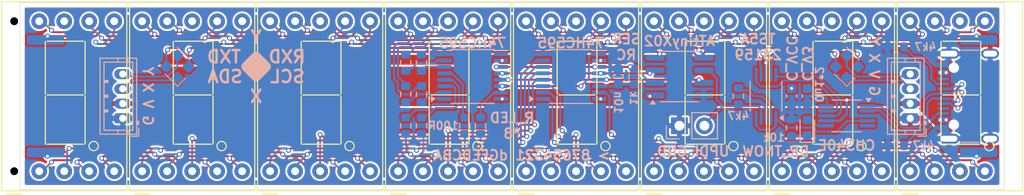
<source format=kicad_pcb>
(kicad_pcb (version 20241229) (generator "pcbnew") (generator_version "9.0")
  (layers (0 "F.Cu" signal) (2 "B.Cu" signal) (13 "F.Paste" user) (15 "B.Paste" user) (5 "F.SilkS" user "F.Silkscreen") (7 "B.SilkS" user "B.Silkscreen") (1 "F.Mask" user) (3 "B.Mask" user) (25 "Edge.Cuts" user))
  (net 0 "")
  (net 1 "GND")
  (net 2 "VCC")
  (net 3 "Net-(J3-Pin_3)")
  (net 4 "/V3")
  (net 5 "A")
  (net 6 "B")
  (net 7 "C")
  (net 8 "D")
  (net 9 "E")
  (net 10 "F")
  (net 11 "G")
  (net 12 "H")
  (net 13 "UPDI")
  (net 14 "Net-(J2-Pin_3)")
  (net 15 "C3")
  (net 16 "C7")
  (net 17 "C0")
  (net 18 "C5")
  (net 19 "C2")
  (net 20 "C4")
  (net 21 "C6")
  (net 22 "C1")
  (net 23 "D+")
  (net 24 "D-")
  (net 25 "Net-(J2-Pin_4)")
  (net 26 "Net-(J3-Pin_4)")
  (net 35 "SER")
  (net 36 "Net-(J4-CC1)")
  (net 38 "Net-(J4-CC2)")
  (net 39 "Net-(D3-K)")
  (net 41 "TXD_DISP|SDA")
  (net 42 "RXD_DISP|SCL")
  (net 43 "RTS#")
  (net 45 "TXD_USB")
  (net 46 "Net-(R13-Pad1)")
  (net 47 "/TNOW")
  (net 48 "RXD_USB")
  (net 49 "/_A")
  (net 50 "/_B")
  (net 51 "/_C")
  (net 52 "/_D")
  (net 53 "/_E")
  (net 54 "/_F")
  (net 55 "/_G")
  (net 56 "/_H")
  (net 57 "SRCLK")
  (net 58 "RCLK")
  (net 59 "OE#")
  (net 60 "/chain")
  (footprint "Display_7Segment:D1X8K" (layer "F.Cu") (at 140.42 107.62 90)
    (property "Reference" "U10" (hide yes))
    (property "Value" "D168K" (hide yes))
  )
  (footprint "Display_7Segment:D1X8K" (layer "F.Cu") (at 114.42 107.62 90)
    (property "Reference" "U8" (hide yes))
    (property "Value" "D168K" (hide yes))
  )
  (footprint "Display_7Segment:D1X8K" (layer "F.Cu") (at 127.42 107.62 90)
    (property "Reference" "U9" (hide yes))
    (property "Value" "D168K" (hide yes))
  )
  (footprint "Display_7Segment:D1X8K" (layer "F.Cu") (at 62.42 107.62 90)
    (property "Reference" "U4" (hide yes))
    (property "Value" "D168K" (hide yes))
  )
  (footprint "Display_7Segment:D1X8K" (layer "F.Cu") (at 75.42 107.62 90)
    (property "Reference" "U5" (hide yes))
    (property "Value" "D168K" (hide yes))
  )
  (footprint "Display_7Segment:D1X8K" (layer "F.Cu") (at 49.42 107.62 90)
    (property "Reference" "U3" (hide yes))
    (property "Value" "D168K" (hide yes))
  )
  (footprint "Display_7Segment:D1X8K" (layer "F.Cu") (at 101.42 107.62 90)
    (property "Reference" "U7" (hide yes))
    (property "Value" "D168K" (hide yes))
  )
  (footprint "Display_7Segment:D1X8K" (layer "F.Cu") (at 88.42 107.62 90)
    (property "Reference" "U6" (hide yes))
    (property "Value" "D168K" (hide yes))
  )
  (footprint "Resistor_SMD:R_0603_1608Metric" (layer "B.Cu") (at 139 105 180)
    (property "Reference" "R11" (hide yes))
    (property "Value" "5k1" (hide yes))
  )
  (footprint "Library:PCB.MCBEERINGI.DEV_small" (layer "B.Cu") (at 54 100 180)
    (property "Reference" "")
    (property "Value" "")
  )
  (footprint "Connector_USB:USB_C_Receptacle_GCT_USB4105-xx-A_16P_TopMnt_Horizontal" (layer "B.Cu") (at 147.5 100 -90)
    (property "Reference" "J4" (hide yes))
    (property "Value" "USB_C_Receptacle_USB2.0_16P" (hide yes))
  )
  (footprint "Resistor_SMD:R_0603_1608Metric" (layer "B.Cu") (at 90.8 99.8 90)
    (property "Reference" "R7" (hide yes))
    (property "Value" "100R" (hide yes))
  )
  (footprint "LED_SMD:LED_0603_1608Metric" (layer "B.Cu") (at 130 103.2 90)
    (property "Reference" "D3" (hide yes))
    (property "Value" "LED_TNOW" (hide yes))
  )
  (footprint "Resistor_SMD:R_0603_1608Metric" (layer "B.Cu") (at 89.2 96.6 90)
    (property "Reference" "R1" (hide yes))
    (property "Value" "100R" (hide yes))
  )
  (footprint "Resistor_SMD:R_0603_1608Metric" (layer "B.Cu") (at 89.2 103 -90)
    (property "Reference" "R5" (hide yes))
    (property "Value" "100R" (hide yes))
  )
  (footprint "LOGO" (layer "B.Cu") (at 83 100 180)
    (property "Reference" "G***" (hide yes))
    (property "Value" "LOGO" (hide yes))
  )
  (footprint "Resistor_SMD:R_0603_1608Metric" (layer "B.Cu") (at 89.2 99.8 90)
    (property "Reference" "R6" (hide yes))
    (property "Value" "100R" (hide yes))
  )
  (footprint "Library:pokayoke_1608" (layer "B.Cu") (at 66 97 45)
    (property "Reference" "JP2" (hide yes))
    (property "Value" "pokayoke" (hide yes))
  )
  (footprint "Capacitor_SMD:C_0603_1608Metric" (layer "B.Cu") (at 128.4 100 -90)
    (property "Reference" "C2" (hide yes))
    (property "Value" "1u" (hide yes))
  )
  (footprint "Resistor_SMD:R_0603_1608Metric" (layer "B.Cu") (at 90.8 96.6 90)
    (property "Reference" "R2" (hide yes))
    (property "Value" "100R" (hide yes))
  )
  (footprint "Package_SO:TSSOP-16_4.4x5mm_P0.65mm" (layer "B.Cu") (at 106 98)
    (property "Reference" "U1" (hide yes))
    (property "Value" "74HC595" (hide yes))
  )
  (footprint "Capacitor_SMD:C_0603_1608Metric" (layer "B.Cu") (at 130 100 90)
    (property "Reference" "C3" (hide yes))
    (property "Value" "0u1" (hide yes))
  )
  (footprint "Package_SO:SOIC-8_3.9x4.9mm_P1.27mm" (layer "B.Cu") (at 117 98)
    (property "Reference" "U11" (hide yes))
    (property "Value" "MCU_DISP_X02" (hide yes))
  )
  (footprint "Resistor_SMD:R_0603_1608Metric" (layer "B.Cu") (at 95.2 103 -90)
    (property "Reference" "R3" (hide yes))
    (property "Value" "100R" (hide yes))
  )
  (footprint "Resistor_SMD:R_0603_1608Metric" (layer "B.Cu") (at 96.8 103 -90)
    (property "Reference" "R8" (hide yes))
    (property "Value" "100R" (hide yes))
  )
  (footprint "Capacitor_SMD:C_0603_1608Metric" (layer "B.Cu") (at 110.8 98 90)
    (property "Reference" "C1" (hide yes))
    (property "Value" "10n" (hide yes))
  )
  (footprint "Connector_JST:JST_ZH_B4B-ZR_1x04_P1.50mm_Vertical" (layer "B.Cu") (at 60.45 102.25 90)
    (property "Reference" "J3" (hide yes))
    (property "Value" "COMM" (hide yes))
  )
  (footprint "Resistor_SMD:R_0603_1608Metric" (layer "B.Cu") (at 112.4 98 90)
    (property "Reference" "R9" (hide yes))
    (property "Value" "1k" (hide yes))
  )
  (footprint "Library:pokayoke_1608" (layer "B.Cu") (at 134 97 45)
    (property "Reference" "JP1" (hide yes))
    (property "Value" "pokayoke" (hide yes))
  )
  (footprint "Resistor_SMD:R_0603_1608Metric" (layer "B.Cu") (at 90.8 103 -90)
    (property "Reference" "R4" (hide yes))
    (property "Value" "100R" (hide yes))
  )
  (footprint "Package_SO:VSSOP-10_3x3mm_P0.5mm" (layer "B.Cu") (at 125.8 100 90)
    (property "Reference" "U13" (hide yes))
    (property "Value" "TS5A23159DGS" (hide yes))
  )
  (footprint "Resistor_SMD:R_0603_1608Metric" (layer "B.Cu") (at 139 95 180)
    (property "Reference" "R10" (hide yes))
    (property "Value" "5k1" (hide yes))
  )
  (footprint "Package_SO:MSOP-10_3x3mm_P0.5mm" (layer "B.Cu") (at 134 102 180)
    (property "Reference" "U12" (hide yes))
    (property "Value" "CH340E" (hide yes))
  )
  (footprint "Resistor_SMD:R_0603_1608Metric" (layer "B.Cu") (at 128.4 103.2 90)
    (property "Reference" "R12" (hide yes))
    (property "Value" "R_TNOW" (hide yes))
  )
  (footprint "Connector_JST:JST_ZH_B4B-ZR_1x04_P1.50mm_Vertical" (layer "B.Cu") (at 140.45 102.25 90)
    (property "Reference" "J2" (hide yes))
    (property "Value" "COMM" (hide yes))
  )
  (footprint "Resistor_SMD:R_0603_1608Metric" (layer "B.Cu") (at 123 100 -90)
    (property "Reference" "R13" (hide yes))
    (property "Value" "4k7" (hide yes))
  )
  (footprint "Package_SO:TSSOP-16_4.4x5mm_P0.65mm" (layer "B.Cu") (at 96 98)
    (property "Reference" "U2" (hide yes))
    (property "Value" "74HC595" (hide yes))
  )
  (footprint "Connector_PinSocket_2.54mm:PinSocket_1x02_P2.54mm_Vertical" (layer "B.Cu") (at 117 103 -90)
    (property "Reference" "J1" (hide yes))
    (property "Value" "UART" (hide yes))
  )
  (gr_poly (pts (xy 75 97) (xy 74 96) (xy 73 97) (xy 74 98)) (stroke (width 1)) (fill yes) (layer "B.SilkS"))
  (gr_line (start 50 109.5) (end 150 109.5) (stroke (width 0.05)) (layer "Edge.Cuts"))
  (gr_line (start 50 90.5) (end 50 109.5) (stroke (width 0.05)) (layer "Edge.Cuts"))
  (gr_line (start 150 109.5) (end 150 90.5) (stroke (width 0.05)) (layer "Edge.Cuts"))
  (gr_line (start 50 90.5) (end 150 90.5) (stroke (width 0.05)) (layer "Edge.Cuts"))
  (gr_text "74HC595" (at 96 94.6 0) (layer "B.SilkS") (effects (font (size 1 1) (thickness 0.2) (bold yes)) (justify mirror)))
  (gr_text "R_LED\n*8" (at 100 103 0) (layer "B.SilkS") (effects (font (size 1 1) (thickness 0.2) (bold yes)) (justify mirror)))
  (gr_text "Y\nRXD   TXD\nSCL   SDA\nX" (at 74 97 0) (layer "B.SilkS") (effects (font (size 1.25 1.25) (thickness 0.25) (bold yes)) (justify mirror)))
  (gr_text "G V X Y" (at 136.8 97 270) (layer "B.SilkS") (effects (font (size 1 1) (thickness 0.2) (bold yes)) (justify mirror)))
  (gr_text "> 87654321 dGFEDCBA" (at 101 106 0) (layer "B.SilkS") (effects (font (size 1 1) (thickness 0.2) (bold yes)) (justify mirror)))
  (gr_text "10k" (at 126.6 104.2 0) (layer "B.SilkS") (effects (font (size 0.8 0.8) (thickness 0.16) (bold yes)) (justify mirror)))
  (gr_text "DR_TNOW" (at 126.8 105.6 0) (layer "B.SilkS") (effects (font (size 1 1) (thickness 0.2) (bold yes)) (justify mirror)))
  (gr_text "4k7" (at 123 102 0) (layer "B.SilkS") (effects (font (size 0.8 0.8) (thickness 0.16) (bold yes)) (justify mirror)))
  (gr_text "C_VCC" (at 128.4 98.6 270) (layer "B.SilkS") (effects (font (size 1 1) (thickness 0.2) (bold yes)) (justify left mirror)))
  (gr_text "4k7" (at 141.8 105 0) (layer "B.SilkS") (effects (font (size 0.8 0.8) (thickness 0.16) (bold yes)) (justify mirror)))
  (gr_text "10n" (at 110.8 99.4 270) (layer "B.SilkS") (effects (font (size 0.8 0.8) (thickness 0.16) (bold yes)) (justify right mirror)))
  (gr_text "100R" (at 93 103 0) (layer "B.SilkS") (effects (font (size 0.8 0.8) (thickness 0.16) (bold yes)) (justify mirror)))
  (gr_text "74HC595" (at 106 94.6 0) (layer "B.SilkS") (effects (font (size 1 1) (thickness 0.2) (bold yes)) (justify mirror)))
  (gr_text "0u1*2" (at 131.2 98.8 270) (layer "B.SilkS") (effects (font (size 0.8 0.8) (thickness 0.16) (bold yes)) (justify mirror)))
  (gr_text "ATtinyX02" (at 117 94.4 0) (layer "B.SilkS") (effects (font (size 1 1) (thickness 0.2) (bold yes)) (justify mirror)))
  (gr_text "TS5A\n23159" (at 125 95 0) (layer "B.SilkS") (effects (font (size 1 1) (thickness 0.2) (bold yes)) (justify mirror)))
  (gr_text "UPDI GND" (at 118.4 105.6 0) (layer "B.SilkS") (effects (font (size 1 1) (thickness 0.2) (bold yes)) (justify mirror)))
  (gr_text "CH340E" (at 134 105 0) (layer "B.SilkS") (effects (font (size 1 1) (thickness 0.2) (bold yes)) (justify mirror)))
  (gr_text "4k7" (at 142 95 0) (layer "B.SilkS") (effects (font (size 0.8 0.8) (thickness 0.16) (bold yes)) (justify mirror)))
  (gr_text "SER\nRC" (at 111.6 95 0) (layer "B.SilkS") (effects (font (size 1 1) (thickness 0.2) (bold yes)) (justify mirror)))
  (gr_text "C_V3" (at 130 98.6 270) (layer "B.SilkS") (effects (font (size 1 1) (thickness 0.2) (bold yes)) (justify left mirror)))
  (gr_text "G V X Y" (at 63 100 270) (layer "B.SilkS") (effects (font (size 1 1) (thickness 0.2) (bold yes)) (justify mirror)))
  (gr_text "1k" (at 112.4 99.4 270) (layer "B.SilkS") (effects (font (size 0.8 0.8) (thickness 0.16) (bold yes)) (justify right mirror)))
  (via (at 113 91.6) (size 0.5) (drill 0.3) (layers "F.Cu" "B.Cu") (net 1))
  (via (at 113 108.4) (size 0.5) (drill 0.3) (layers "F.Cu" "B.Cu") (net 1))
  (via (at 100 91.6) (size 0.5) (drill 0.3) (layers "F.Cu" "B.Cu") (net 1))
  (via (at 139 108.4) (size 0.5) (drill 0.3) (layers "F.Cu" "B.Cu") (net 1))
  (via (at 87 108.4) (size 0.5) (drill 0.3) (layers "F.Cu" "B.Cu") (net 1))
  (via (at 126 91.6) (size 0.5) (drill 0.3) (layers "F.Cu" "B.Cu") (net 1))
  (via (at 61 91.6) (size 0.5) (drill 0.3) (layers "F.Cu" "B.Cu") (net 1))
  (via (at 100 108.4) (size 0.5) (drill 0.3) (layers "F.Cu" "B.Cu") (net 1))
  (via (at 126 108.4) (size 0.5) (drill 0.3) (layers "F.Cu" "B.Cu") (net 1))
  (via (at 87 91.6) (size 0.5) (drill 0.3) (layers "F.Cu" "B.Cu") (net 1))
  (via (at 74 108.4) (size 0.5) (drill 0.3) (layers "F.Cu" "B.Cu") (net 1))
  (via (at 61 108.4) (size 0.5) (drill 0.3) (layers "F.Cu" "B.Cu") (net 1))
  (via (at 74 91.6) (size 0.5) (drill 0.3) (layers "F.Cu" "B.Cu") (net 1))
  (via (at 139 91.6) (size 0.5) (drill 0.3) (layers "F.Cu" "B.Cu") (net 1))
  (segment (start 144.395 103.775) (end 143.82 103.2) (width 0.5) (layer "B.Cu") (net 1))
  (segment (start 144.395 95.68) (end 144.395 96.225) (width 0.5) (layer "B.Cu") (net 1))
  (segment (start 144.395 96.225) (end 143.82 96.8) (width 0.5) (layer "B.Cu") (net 1))
  (segment (start 144.395 104.32) (end 144.395 103.775) (width 0.5) (layer "B.Cu") (net 1))
  (via (at 143.5 102.4) (size 0.5) (drill 0.3) (layers "F.Cu" "B.Cu") (net 2))
  (via (at 144.1 97.6) (size 0.5) (drill 0.3) (layers "F.Cu" "B.Cu") (net 2))
  (via (at 109 100.275) (size 0.5) (drill 0.3) (layers "F.Cu" "B.Cu") (net 2))
  (via (at 109 96.375) (size 0.5) (drill 0.3) (layers "F.Cu" "B.Cu") (net 2))
  (via (at 128.4 99.2) (size 0.5) (drill 0.3) (layers "F.Cu" "B.Cu") (net 2))
  (via (at 144.1 102.4) (size 0.5) (drill 0.3) (layers "F.Cu" "B.Cu") (net 2))
  (via (at 143.5 97.6) (size 0.5) (drill 0.3) (layers "F.Cu" "B.Cu") (net 2))
  (via (at 114 100) (size 0.5) (drill 0.3) (layers "F.Cu" "B.Cu") (net 2))
  (via (at 99 96.375) (size 0.5) (drill 0.3) (layers "F.Cu" "B.Cu") (net 2))
  (via (at 134 100.4) (size 0.5) (drill 0.3) (layers "F.Cu" "B.Cu") (net 2))
  (via (at 99 100.275) (size 0.5) (drill 0.3) (layers "F.Cu" "B.Cu") (net 2))
  (via (at 125.8 96.6) (size 0.5) (drill 0.3) (layers "F.Cu" "B.Cu") (net 2))
  (segment (start 134 101.8) (end 133.3 102.5) (width 0.25) (layer "B.Cu") (net 2))
  (segment (start 125.8 97.8) (end 125.8 96.6) (width 0.25) (layer "B.Cu") (net 2))
  (segment (start 134 100.4) (end 134 101.8) (width 0.25) (layer "B.Cu") (net 2))
  (segment (start 133.3 102.5) (end 131.8875 102.5) (width 0.25) (layer "B.Cu") (net 2))
  (segment (start 60.55 99.25) (end 60.45 99.25) (width 0.2) (layer "B.Cu") (net 3))
  (segment (start 65.468629 98.131371) (end 65.2 98.4) (width 0.2) (layer "B.Cu") (net 3))
  (segment (start 61.4 98.4) (end 60.55 99.25) (width 0.2) (layer "B.Cu") (net 3))
  (segment (start 65.2 98.4) (end 61.4 98.4) (width 0.2) (layer "B.Cu") (net 3))
  (segment (start 66 98.131371) (end 65.468629 98.131371) (width 0.2) (layer "B.Cu") (net 3))
  (segment (start 132 100.8875) (end 132 100.2) (width 0.2) (layer "B.Cu") (net 4))
  (segment (start 131.8875 101) (end 132 100.8875) (width 0.2) (layer "B.Cu") (net 4))
  (segment (start 130.025 99.2) (end 130 99.225) (width 0.2) (layer "B.Cu") (net 4))
  (segment (start 132 100.2) (end 131 99.2) (width 0.2) (layer "B.Cu") (net 4))
  (segment (start 131 99.2) (end 130.025 99.2) (width 0.2) (layer "B.Cu") (net 4))
  (segment (start 123.5 94.3) (end 126 94.3) (width 0.2) (layer "F.Cu") (net 5))
  (segment (start 107.8 94.1) (end 107.6 94.3) (width 0.2) (layer "F.Cu") (net 5))
  (segment (start 71.3 94.1) (end 71.5 94.3) (width 0.2) (layer "F.Cu") (net 5))
  (segment (start 120.8 94.1) (end 120.6 94.3) (width 0.2) (layer "F.Cu") (net 5))
  (segment (start 81.6 94.3) (end 74 94.3) (width 0.2) (layer "F.Cu") (net 5))
  (segment (start 94.8 94.1) (end 94.6 94.3) (width 0.2) (layer "F.Cu") (net 5))
  (segment (start 97.5 94.3) (end 100 94.3) (width 0.2) (layer "F.Cu") (net 5))
  (segment (start 58.5 94.3) (end 61 94.3) (width 0.2) (layer "F.Cu") (net 5))
  (segment (start 146.6 93.5) (end 144.8 93.5) (width 0.2) (layer "F.Cu") (net 5))
  (segment (start 144.8 93.5) (end 144.4 93.9) (width 0.2) (layer "F.Cu") (net 5))
  (segment (start 84.5 94.3) (end 87 94.3) (width 0.2) (layer "F.Cu") (net 5))
  (segment (start 68.6 94.3) (end 61 94.3) (width 0.2) (layer "F.Cu") (net 5))
  (segment (start 133.8 94.1) (end 133.6 94.3) (width 0.2) (layer "F.Cu") (net 5))
  (segment (start 136.3 94.1) (end 136.5 94.3) (width 0.2) (layer "F.Cu") (net 5))
  (segment (start 84.3 94.1) (end 84.5 94.3) (width 0.2) (layer "F.Cu") (net 5))
  (segment (start 68.8 94.1) (end 68.6 94.3) (width 0.2) (layer "F.Cu") (net 5))
  (segment (start 133.6 94.3) (end 126 94.3) (width 0.2) (layer "F.Cu") (net 5))
  (segment (start 110.5 94.3) (end 113 94.3) (width 0.2) (layer "F.Cu") (net 5))
  (segment (start 144.4 93.9) (end 142.3 93.9) (width 0.2) (layer "F.Cu") (net 5))
  (segment (start 81.8 94.1) (end 81.6 94.3) (width 0.2) (layer "F.Cu") (net 5))
  (segment (start 120.6 94.3) (end 113 94.3) (width 0.2) (layer "F.Cu") (net 5))
  (segment (start 107.6 94.3) (end 100 94.3) (width 0.2) (layer "F.Cu") (net 5))
  (segment (start 97.3 94.1) (end 97.5 94.3) (width 0.2) (layer "F.Cu") (net 5))
  (segment (start 58.3 94.1) (end 58.5 94.3) (width 0.2) (layer "F.Cu") (net 5))
  (segment (start 146.8 93.3) (end 146.6 93.5) (width 0.2) (layer "F.Cu") (net 5))
  (segment (start 136.5 94.3) (end 139 94.3) (width 0.2) (layer "F.Cu") (net 5))
  (segment (start 123.3 94.1) (end 123.5 94.3) (width 0.2) (layer "F.Cu") (net 5))
  (segment (start 71.5 94.3) (end 74 94.3) (width 0.2) (layer "F.Cu") (net 5))
  (segment (start 142.3 93.9) (end 141.9 94.3) (width 0.2) (layer "F.Cu") (net 5))
  (segment (start 141.9 94.3) (end 139 94.3) (width 0.2) (layer "F.Cu") (net 5))
  (segment (start 110.3 94.1) (end 110.5 94.3) (width 0.2) (layer "F.Cu") (net 5))
  (segment (start 94.6 94.3) (end 87 94.3) (width 0.2) (layer "F.Cu") (net 5))
  (via (at 68.8 94.1) (size 0.5) (drill 0.3) (layers "F.Cu" "B.Cu") (net 5))
  (via (at 146.8 93.3) (size 0.5) (drill 0.3) (layers "F.Cu" "B.Cu") (net 5))
  (via (at 97.3 94.1) (size 0.5) (drill 0.3) (layers "F.Cu" "B.Cu") (net 5))
  (via (at 123.3 94.1) (size 0.5) (drill 0.3) (layers "F.Cu" "B.Cu") (net 5))
  (via (at 110.3 94.1) (size 0.5) (drill 0.3) (layers "F.Cu" "B.Cu") (net 5))
  (via (at 84.3 94.1) (size 0.5) (drill 0.3) (layers "F.Cu" "B.Cu") (net 5))
  (via (at 133.8 94.1) (size 0.5) (drill 0.3) (layers "F.Cu" "B.Cu") (net 5))
  (via (at 81.8 94.1) (size 0.5) (drill 0.3) (layers "F.Cu" "B.Cu") (net 5))
  (via (at 58.3 94.1) (size 0.5) (drill 0.3) (layers "F.Cu" "B.Cu") (net 5))
  (via (at 120.8 94.1) (size 0.5) (drill 0.3) (layers "F.Cu" "B.Cu") (net 5))
  (via (at 71.3 94.1) (size 0.5) (drill 0.3) (layers "F.Cu" "B.Cu") (net 5))
  (via (at 136.3 94.1) (size 0.5) (drill 0.3) (layers "F.Cu" "B.Cu") (net 5))
  (via (at 94.8 94.1) (size 0.5) (drill 0.3) (layers "F.Cu" "B.Cu") (net 5))
  (via (at 107.8 94.1) (size 0.5) (drill 0.3) (layers "F.Cu" "B.Cu") (net 5))
  (segment (start 81.8 94.1) (end 83.3 94.1) (width 0.2) (layer "B.Cu") (net 5))
  (segment (start 70.5 93.9) (end 71.1 93.9) (width 0.2) (layer "B.Cu") (net 5))
  (segment (start 122.04 92.38) (end 122.04 92.86) (width 0.2) (layer "B.Cu") (net 5))
  (segment (start 97.1 93.9) (end 97.3 94.1) (width 0.2) (layer "B.Cu") (net 5))
  (segment (start 84.1 93.9) (end 84.3 94.1) (width 0.2) (layer "B.Cu") (net 5))
  (segment (start 57.04 92.84) (end 57.04 92.38) (width 0.2) (layer "B.Cu") (net 5))
  (segment (start 122.5 93.9) (end 123.1 93.9) (width 0.2) (layer "B.Cu") (net 5))
  (segment (start 109.04 92.38) (end 109.04 92.86) (width 0.2) (layer "B.Cu") (net 5))
  (segment (start 70.04 92.86) (end 68.8 94.1) (width 0.2) (layer "B.Cu") (net 5))
  (segment (start 96.04 92.86) (end 94.8 94.1) (width 0.2) (layer "B.Cu") (net 5))
  (segment (start 146.8 93.3) (end 147.72 92.38) (width 0.2) (layer "B.Cu") (net 5))
  (segment (start 83.5 93.9) (end 84.1 93.9) (width 0.2) (layer "B.Cu") (net 5))
  (segment (start 136.1 93.9) (end 136.3 94.1) (width 0.2) (layer "B.Cu") (net 5))
  (segment (start 109.3 94.1) (end 109.5 93.9) (width 0.2) (layer "B.Cu") (net 5))
  (segment (start 94.601 94.299) (end 94.8 94.1) (width 0.2) (layer "B.Cu") (net 5))
  (segment (start 71.1 93.9) (end 71.3 94.1) (width 0.2) (layer "B.Cu") (net 5))
  (segment (start 135.3 94.1) (end 135.5 93.9) (width 0.2) (layer "B.Cu") (net 5))
  (segment (start 109.04 92.86) (end 107.8 94.1) (width 0.2) (layer "B.Cu") (net 5))
  (segment (start 135.04 92.86) (end 133.8 94.1) (width 0.2) (layer "B.Cu") (net 5))
  (segment (start 83.04 92.38) (end 83.04 92.86) (width 0.2) (layer "B.Cu") (net 5))
  (segment (start 70.3 94.1) (end 70.5 93.9) (width 0.2) (layer "B.Cu") (net 5))
  (segment (start 58.3 94.1) (end 57.04 92.84) (width 0.2) (layer "B.Cu") (net 5))
  (segment (start 135.04 92.38) (end 135.04 92.86) (width 0.2) (layer "B.Cu") (net 5))
  (segment (start 135.5 93.9) (end 136.1 93.9) (width 0.2) (layer "B.Cu") (net 5))
  (segment (start 147.72 92.38) (end 148.04 92.38) (width 0.2) (layer "B.Cu") (net 5))
  (segment (start 90.2 95) (end 91.1 95) (width 0.2) (layer "B.Cu") (net 5))
  (segment (start 110.1 93.9) (end 110.3 94.1) (width 0.2) (layer "B.Cu") (net 5))
  (segment (start 89.2 95.775) (end 89.425 95.775) (width 0.2) (layer "B.Cu") (net 5))
  (segment (start 91.1 95) (end 91.801 94.299) (width 0.2) (layer "B.Cu") (net 5))
  (segment (start 83.3 94.1) (end 83.5 93.9) (width 0.2) (layer "B.Cu") (net 5))
  (segment (start 89.425 95.775) (end 90.2 95) (width 0.2) (layer "B.Cu") (net 5))
  (segment (start 109.5 93.9) (end 110.1 93.9) (width 0.2) (layer "B.Cu") (net 5))
  (segment (start 123.1 93.9) (end 123.3 94.1) (width 0.2) (layer "B.Cu") (net 5))
  (segment (start 120.8 94.1) (end 122.3 94.1) (width 0.2) (layer "B.Cu") (net 5))
  (segment (start 94.8 94.1) (end 96.3 94.1) (width 0.2) (layer "B.Cu") (net 5))
  (segment (start 107.8 94.1) (end 109.3 94.1) (width 0.2) (layer "B.Cu") (net 5))
  (segment (start 96.04 92.38) (end 96.04 92.86) (width 0.2) (layer "B.Cu") (net 5))
  (segment (start 96.3 94.1) (end 96.5 93.9) (width 0.2) (layer "B.Cu") (net 5))
  (segment (start 122.04 92.86) (end 120.8 94.1) (width 0.2) (layer "B.Cu") (net 5))
  (segment (start 133.8 94.1) (end 135.3 94.1) (width 0.2) (layer "B.Cu") (net 5))
  (segment (start 68.8 94.1) (end 70.3 94.1) (width 0.2) (layer "B.Cu") (net 5))
  (segment (start 122.3 94.1) (end 122.5 93.9) (width 0.2) (layer "B.Cu") (net 5))
  (segment (start 96.5 93.9) (end 97.1 93.9) (width 0.2) (layer "B.Cu") (net 5))
  (segment (start 70.04 92.38) (end 70.04 92.86) (width 0.2) (layer "B.Cu") (net 5))
  (segment (start 91.801 94.299) (end 94.601 94.299) (width 0.2) (layer "B.Cu") (net 5))
  (segment (start 83.04 92.86) (end 81.8 94.1) (width 0.2) (layer "B.Cu") (net 5))
  (segment (start 142.5 94.3) (end 142.1 94.7) (width 0.2) (layer "F.Cu") (net 6))
  (segment (start 96.7 94.5) (end 96.9 94.7) (width 0.2) (layer "F.Cu") (net 6))
  (segment (start 70.9 94.7) (end 74 94.7) (width 0.2) (layer "F.Cu") (net 6))
  (segment (start 70.5 94.7) (end 61 94.7) (width 0.2) (layer "F.Cu") (net 6))
  (segment (start 145 93.9) (end 144.6 94.3) (width 0.2) (layer "F.Cu") (net 6))
  (segment (start 144.6 94.3) (end 142.5 94.3) (width 0.2) (layer "F.Cu") (net 6))
  (segment (start 96.5 94.7) (end 87 94.7) (width 0.2) (layer "F.Cu") (net 6))
  (segment (start 142.1 94.7) (end 135.9 94.7) (width 0.2) (layer "F.Cu") (net 6))
  (segment (start 109.7 94.5) (end 109.5 94.7) (width 0.2) (layer "F.Cu") (net 6))
  (segment (start 83.9 94.7) (end 87 94.7) (width 0.2) (layer "F.Cu") (net 6))
  (segment (start 70.7 94.5) (end 70.5 94.7) (width 0.2) (layer "F.Cu") (net 6))
  (segment (start 122.5 94.7) (end 113 94.7) (width 0.2) (layer "F.Cu") (net 6))
  (segment (start 109.7 94.5) (end 109.9 94.7) (width 0.2) (layer "F.Cu") (net 6))
  (segment (start 96.7 94.5) (end 96.5 94.7) (width 0.2) (layer "F.Cu") (net 6))
  (segment (start 57.7 94.5) (end 57.9 94.7) (width 0.2) (layer "F.Cu") (net 6))
  (segment (start 122.7 94.5) (end 122.9 94.7) (width 0.2) (layer "F.Cu") (net 6))
  (segment (start 135.7 94.5) (end 135.5 94.7) (width 0.2) (layer "F.Cu") (net 6))
  (segment (start 122.9 94.7) (end 126 94.7) (width 0.2) (layer "F.Cu") (net 6))
  (segment (start 96.9 94.7) (end 100 94.7) (width 0.2) (layer "F.Cu") (net 6))
  (segment (start 109.5 94.7) (end 100 94.7) (width 0.2) (layer "F.Cu") (net 6))
  (segment (start 83.5 94.7) (end 74 94.7) (width 0.2) (layer "F.Cu") (net 6))
  (segment (start 83.7 94.5) (end 83.5 94.7) (width 0.2) (layer "F.Cu") (net 6))
  (segment (start 122.7 94.5) (end 122.5 94.7) (width 0.2) (layer "F.Cu") (net 6))
  (segment (start 57.9 94.7) (end 61 94.7) (width 0.2) (layer "F.Cu") (net 6))
  (segment (start 70.7 94.5) (end 70.9 94.7) (width 0.2) (layer "F.Cu") (net 6))
  (segment (start 83.7 94.5) (end 83.9 94.7) (width 0.2) (layer "F.Cu") (net 6))
  (segment (start 109.9 94.7) (end 113 94.7) (width 0.2) (layer "F.Cu") (net 6))
  (segment (start 135.9 94.7) (end 135.7 94.5) (width 0.2) (layer "F.Cu") (net 6))
  (segment (start 135.5 94.7) (end 126 94.7) (width 0.2) (layer "F.Cu") (net 6))
  (segment (start 147.2 93.9) (end 145 93.9) (width 0.2) (layer "F.Cu") (net 6))
  (via (at 147.2 93.9) (size 0.5) (drill 0.3) (layers "F.Cu" "B.Cu") (net 6))
  (via (at 57.7 94.5) (size 0.5) (drill 0.3) (layers "F.Cu" "B.Cu") (net 6))
  (via (at 135.7 94.5) (size 0.5) (drill 0.3) (layers "F.Cu" "B.Cu") (net 6))
  (via (at 70.7 94.5) (size 0.5) (drill 0.3) (layers "F.Cu" "B.Cu") (net 6))
  (via (at 122.7 94.5) (size 0.5) (drill 0.3) (layers "F.Cu" "B.Cu") (net 6))
  (via (at 109.7 94.5) (size 0.5) (drill 0.3) (layers "F.Cu" "B.Cu") (net 6))
  (via (at 83.7 94.5) (size 0.5) (drill 0.3) (layers "F.Cu" "B.Cu") (net 6))
  (via (at 96.7 94.5) (size 0.5) (drill 0.3) (layers "F.Cu" "B.Cu") (net 6))
  (segment (start 85.58 93.62) (end 84.5 94.7) (width 0.2) (layer "B.Cu") (net 6))
  (segment (start 137.58 93.62) (end 136.5 94.7) (width 0.2) (layer "B.Cu") (net 6))
  (segment (start 109.9 94.7) (end 109.7 94.5) (width 0.2) (layer "B.Cu") (net 6))
  (segment (start 90.8 95.775) (end 90.925 95.775) (width 0.2) (layer "B.Cu") (net 6))
  (segment (start 71.5 94.7) (end 70.9 94.7) (width 0.2) (layer "B.Cu") (net 6))
  (segment (start 135.9 94.7) (end 135.7 94.5) (width 0.2) (layer "B.Cu") (net 6))
  (segment (start 72.58 93.62) (end 71.5 94.7) (width 0.2) (layer "B.Cu") (net 6))
  (segment (start 124.58 93.62) (end 123.5 94.7) (width 0.2) (layer "B.Cu") (net 6))
  (segment (start 59.58 92.38) (end 59.58 93.62) (width 0.2) (layer "B.Cu") (net 6))
  (segment (start 90.925 95.775) (end 92 94.7) (width 0.2) (layer "B.Cu") (net 6))
  (segment (start 85.58 92.38) (end 85.58 93.62) (width 0.2) (layer "B.Cu") (net 6))
  (segment (start 136.5 94.7) (end 135.9 94.7) (width 0.2) (layer "B.Cu") (net 6))
  (segment (start 123.5 94.7) (end 122.9 94.7) (width 0.2) (layer "B.Cu") (net 6))
  (segment (start 98.58 92.38) (end 98.58 93.62) (width 0.2) (layer "B.Cu") (net 6))
  (segment (start 111.58 93.62) (end 110.5 94.7) (width 0.2) (layer "B.Cu") (net 6))
  (segment (start 70.9 94.7) (end 70.7 94.5) (width 0.2) (layer "B.Cu") (net 6))
  (segment (start 84.5 94.7) (end 83.9 94.7) (width 0.2) (layer "B.Cu") (net 6))
  (segment (start 58.5 94.7) (end 57.9 94.7) (width 0.2) (layer "B.Cu") (net 6))
  (segment (start 110.5 94.7) (end 109.9 94.7) (width 0.2) (layer "B.Cu") (net 6))
  (segment (start 97.5 94.7) (end 96.9 94.7) (width 0.2) (layer "B.Cu") (net 6))
  (segment (start 96.9 94.7) (end 96.7 94.5) (width 0.2) (layer "B.Cu") (net 6))
  (segment (start 72.58 92.38) (end 72.58 93.62) (width 0.2) (layer "B.Cu") (net 6))
  (segment (start 57.9 94.7) (end 57.7 94.5) (width 0.2) (layer "B.Cu") (net 6))
  (segment (start 137.58 92.38) (end 137.58 93.62) (width 0.2) (layer "B.Cu") (net 6))
  (segment (start 59.58 93.62) (end 58.5 94.7) (width 0.2) (layer "B.Cu") (net 6))
  (segment (start 122.9 94.7) (end 122.7 94.5) (width 0.2) (layer "B.Cu") (net 6))
  (segment (start 92 94.7) (end 96.5 94.7) (width 0.2) (layer "B.Cu") (net 6))
  (segment (start 96.5 94.7) (end 96.7 94.5) (width 0.2) (layer "B.Cu") (net 6))
  (segment (start 124.58 92.38) (end 124.58 93.62) (width 0.2) (layer "B.Cu") (net 6))
  (segment (start 111.58 92.38) (end 111.58 93.62) (width 0.2) (layer "B.Cu") (net 6))
  (segment (start 83.9 94.7) (end 83.7 94.5) (width 0.2) (layer "B.Cu") (net 6))
  (segment (start 98.58 93.62) (end 97.5 94.7) (width 0.2) (layer "B.Cu") (net 6))
  (segment (start 127.9 106.5) (end 126 106.5) (width 0.2) (layer "F.Cu") (net 7))
  (segment (start 64.5 106.5) (end 64.1 106.9) (width 0.2) (layer "F.Cu") (net 7))
  (segment (start 78.4 106.5) (end 77.5 106.5) (width 0.2) (layer "F.Cu") (net 7))
  (segment (start 63.3 106.9) (end 62.9 106.5) (width 0.2) (layer "F.Cu") (net 7))
  (segment (start 56 106.5) (end 57.7 106.5) (width 0.2) (layer "F.Cu") (net 7))
  (segment (start 106 106.5) (end 105.6 106.9) (width 0.2) (layer "F.Cu") (net 7))
  (segment (start 92.6 106.9) (end 91.8 106.9) (width 0.2) (layer "F.Cu") (net 7))
  (segment (start 69 106.5) (end 70.7 106.5) (width 0.2) (layer "F.Cu") (net 7))
  (segment (start 107.8 106.7) (end 108 106.5) (width 0.2) (layer "F.Cu") (net 7))
  (segment (start 68.8 106.7) (end 69 106.5) (width 0.2) (layer "F.Cu") (net 7))
  (segment (start 116.1 106.9) (end 115.3 106.9) (width 0.2) (layer "F.Cu") (net 7))
  (segment (start 68.6 106.5) (end 67 106.5) (width 0.2) (layer "F.Cu") (net 7))
  (segment (start 131.6 106.9) (end 130.8 106.9) (width 0.2) (layer "F.Cu") (net 7))
  (segment (start 78.8 106.9) (end 78.4 106.5) (width 0.2) (layer "F.Cu") (net 7))
  (segment (start 79.6 106.9) (end 78.8 106.9) (width 0.2) (layer "F.Cu") (net 7))
  (segment (start 108 106.5) (end 109.7 106.5) (width 0.2) (layer "F.Cu") (net 7))
  (segment (start 97.1 106.9) (end 97.5 106.9) (width 0.2) (layer "F.Cu") (net 7))
  (segment (start 81.6 106.5) (end 80 106.5) (width 0.2) (layer "F.Cu") (net 7))
  (segment (start 91.8 106.9) (end 91.4 106.5) (width 0.2) (layer "F.Cu") (net 7))
  (segment (start 107.6 106.5) (end 106 106.5) (width 0.2) (layer "F.Cu") (net 7))
  (segment (start 71.1 106.9) (end 71.5 106.9) (width 0.2) (layer "F.Cu") (net 7))
  (segment (start 65.4 106.5) (end 64.5 106.5) (width 0.2) (layer "F.Cu") (net 7))
  (segment (start 89.3 106.9) (end 88.9 106.5) (width 0.2) (layer "F.Cu") (net 7))
  (segment (start 136.9 106.5) (end 136.5 106.9) (width 0.2) (layer "F.Cu") (net 7))
  (segment (start 71.5 106.9) (end 71.9 106.5) (width 0.2) (layer "F.Cu") (net 7))
  (segment (start 107.8 106.7) (end 107.6 106.5) (width 0.2) (layer "F.Cu") (net 7))
  (segment (start 105.6 106.9) (end 104.8 106.9) (width 0.2) (layer "F.Cu") (net 7))
  (segment (start 70.7 106.5) (end 71.1 106.9) (width 0.2) (layer "F.Cu") (net 7))
  (segment (start 88.9 106.5) (end 87 106.5) (width 0.2) (layer "F.Cu") (net 7))
  (segment (start 62.9 106.5) (end 61 106.5) (width 0.2) (layer "F.Cu") (net 7))
  (segment (start 146.8 106.7) (end 146.6 106.5) (width 0.2) (layer "F.Cu") (net 7))
  (segment (start 146.6 106.5) (end 142.5 106.5) (width 0.2) (layer "F.Cu") (net 7))
  (segment (start 77.1 106.9) (end 76.3 106.9) (width 0.2) (layer "F.Cu") (net 7))
  (segment (start 133.6 106.5) (end 132 106.5) (width 0.2) (layer "F.Cu") (net 7))
  (segment (start 75.9 106.5) (end 74 106.5) (width 0.2) (layer "F.Cu") (net 7))
  (segment (start 84.5 106.9) (end 84.9 106.5) (width 0.2) (layer "F.Cu") (net 7))
  (segment (start 110.1 106.9) (end 110.5 106.9) (width 0.2) (layer "F.Cu") (net 7))
  (segment (start 82 106.5) (end 83.7 106.5) (width 0.2) (layer "F.Cu") (net 7))
  (segment (start 132 106.5) (end 131.6 106.9) (width 0.2) (layer "F.Cu") (net 7))
  (segment (start 103.5 106.5) (end 103.1 106.9) (width 0.2) (layer "F.Cu") (net 7))
  (segment (start 117.8 106.9) (end 117.4 106.5) (width 0.2) (layer "F.Cu") (net 7))
  (segment (start 140.9 106.5) (end 136.9 106.5) (width 0.2) (layer "F.Cu") (net 7))
  (segment (start 96.7 106.5) (end 97.1 106.9) (width 0.2) (layer "F.Cu") (net 7))
  (segment (start 80 106.5) (end 79.6 106.9) (width 0.2) (layer "F.Cu") (net 7))
  (segment (start 71.9 106.5) (end 74 106.5) (width 0.2) (layer "F.Cu") (net 7))
  (segment (start 58.5 106.9) (end 58.9 106.5) (width 0.2) (layer "F.Cu") (net 7))
  (segment (start 94.8 106.7) (end 95 106.5) (width 0.2) (layer "F.Cu") (net 7))
  (segment (start 129.5 106.5) (end 129.1 106.9) (width 0.2) (layer "F.Cu") (net 7))
  (segment (start 55.8 106.7) (end 56 106.5) (width 0.2) (layer "F.Cu") (net 7))
  (segment (start 122.7 106.5) (end 123.1 106.9) (width 0.2) (layer "F.Cu") (net 7))
  (segment (start 58.1 106.9) (end 58.5 106.9) (width 0.2) (layer "F.Cu") (net 7))
  (segment (start 123.9 106.5) (end 126 106.5) (width 0.2) (layer "F.Cu") (net 7))
  (segment (start 114.9 106.5) (end 113 106.5) (width 0.2) (layer "F.Cu") (net 7))
  (segment (start 90.1 106.9) (end 89.3 106.9) (width 0.2) (layer "F.Cu") (net 7))
  (segment (start 68.8 106.7) (end 68.6 106.5) (width 0.2) (layer "F.Cu") (net 7))
  (segment (start 134 106.5) (end 133.8 106.7) (width 0.2) (layer "F.Cu") (net 7))
  (segment (start 104.8 106.9) (end 104.4 106.5) (width 0.2) (layer "F.Cu") (net 7))
  (segment (start 101.9 106.5) (end 100 106.5) (width 0.2) (layer "F.Cu") (net 7))
  (segment (start 97.5 106.9) (end 97.9 106.5) (width 0.2) (layer "F.Cu") (net 7))
  (segment (start 84.9 106.5) (end 87 106.5) (width 0.2) (layer "F.Cu") (net 7))
  (segment (start 77.5 106.5) (end 77.1 106.9) (width 0.2) (layer "F.Cu") (net 7))
  (segment (start 110.9 106.5) (end 113 106.5) (width 0.2) (layer "F.Cu") (net 7))
  (segment (start 120.8 106.7) (end 120.6 106.5) (width 0.2) (layer "F.Cu") (net 7))
  (segment (start 130.8 106.9) (end 130.4 106.5) (width 0.2) (layer "F.Cu") (net 7))
  (segment (start 94.6 106.5) (end 93 106.5) (width 0.2) (layer "F.Cu") (net 7))
  (segment (start 142.1 106.9) (end 141.3 106.9) (width 0.2) (layer "F.Cu") (net 7))
  (segment (start 135.7 106.5) (end 134 106.5) (width 0.2) (layer "F.Cu") (net 7))
  (segment (start 109.7 106.5) (end 110.1 106.9) (width 0.2) (layer "F.Cu") (net 7))
  (segment (start 128.3 106.9) (end 127.9 106.5) (width 0.2) (layer "F.Cu") (net 7))
  (segment (start 83.7 106.5) (end 84.1 106.9) (width 0.2) (layer "F.Cu") (net 7))
  (segment (start 120.8 106.7) (end 121 106.5) (width 0.2) (layer "F.Cu") (net 7))
  (segment (start 141.3 106.9) (end 140.9 106.5) (width 0.2) (layer "F.Cu") (net 7))
  (segment (start 90.5 106.5) (end 90.1 106.9) (width 0.2) (layer "F.Cu") (net 7))
  (segment (start 97.9 106.5) (end 100 106.5) (width 0.2) (layer "F.Cu") (net 7))
  (segment (start 118.6 106.9) (end 117.8 106.9) (width 0.2) (layer "F.Cu") (net 7))
  (segment (start 64.1 106.9) (end 63.3 106.9) (width 0.2) (layer "F.Cu") (net 7))
  (segment (start 81.8 106.7) (end 81.6 106.5) (width 0.2) (layer "F.Cu") (net 7))
  (segment (start 76.3 106.9) (end 75.9 106.5) (width 0.2) (layer "F.Cu") (net 7))
  (segment (start 81.8 106.7) (end 82 106.5) (width 0.2) (layer "F.Cu") (net 7))
  (segment (start 142.5 106.5) (end 142.1 106.9) (width 0.2) (layer "F.Cu") (net 7))
  (segment (start 119 106.5) (end 118.6 106.9) (width 0.2) (layer "F.Cu") (net 7))
  (segment (start 116.5 106.5) (end 116.1 106.9) (width 0.2) (layer "F.Cu") (net 7))
  (segment (start 136.5 106.9) (end 136.1 106.9) (width 0.2) (layer "F.Cu") (net 7))
  (segment (start 94.8 106.7) (end 94.6 106.5) (width 0.2) (layer "F.Cu") (net 7))
  (segment (start 120.6 106.5) (end 119 106.5) (width 0.2) (layer "F.Cu") (net 7))
  (segment (start 103.1 106.9) (end 102.3 106.9) (width 0.2) (layer "F.Cu") (net 7))
  (segment (start 102.3 106.9) (end 101.9 106.5) (width 0.2) (layer "F.Cu") (net 7))
  (segment (start 58.9 106.5) (end 61 106.5) (width 0.2) (layer "F.Cu") (net 7))
  (segment (start 117.4 106.5) (end 116.5 106.5) (width 0.2) (layer "F.Cu") (net 7))
  (segment (start 67 106.5) (end 66.6 106.9) (width 0.2) (layer "F.Cu") (net 7))
  (segment (start 66.6 106.9) (end 65.8 106.9) (width 0.2) (layer "F.Cu") (net 7))
  (segment (start 57.7 106.5) (end 58.1 106.9) (width 0.2) (layer "F.Cu") (net 7))
  (segment (start 115.3 106.9) (end 114.9 106.5) (width 0.2) (layer "F.Cu") (net 7))
  (segment (start 130.4 106.5) (end 129.5 106.5) (width 0.2) (layer "F.Cu") (net 7))
  (segment (start 129.1 106.9) (end 128.3 106.9) (width 0.2) (layer "F.Cu") (net 7))
  (segment (start 104.4 106.5) (end 103.5 106.5) (width 0.2) (layer "F.Cu") (net 7))
  (segment (start 91.4 106.5) (end 90.5 106.5) (width 0.2) (layer "F.Cu") (net 7))
  (segment (start 110.5 106.9) (end 110.9 106.5) (width 0.2) (layer "F.Cu") (net 7))
  (segment (start 133.8 106.7) (end 133.6 106.5) (width 0.2) (layer "F.Cu") (net 7))
  (segment (start 84.1 106.9) (end 84.5 106.9) (width 0.2) (layer "F.Cu") (net 7))
  (segment (start 136.1 106.9) (end 135.7 106.5) (width 0.2) (layer "F.Cu") (net 7))
  (segment (start 123.1 106.9) (end 123.5 106.9) (width 0.2) (layer "F.Cu") (net 7))
  (segment (start 95 106.5) (end 96.7 106.5) (width 0.2) (layer "F.Cu") (net 7))
  (segment (start 65.8 106.9) (end 65.4 106.5) (width 0.2) (layer "F.Cu") (net 7))
  (segment (start 123.5 106.9) (end 123.9 106.5) (width 0.2) (layer "F.Cu") (net 7))
  (segment (start 93 106.5) (end 92.6 106.9) (width 0.2) (layer "F.Cu") (net 7))
  (segment (start 121 106.5) (end 122.7 106.5) (width 0.2) (layer "F.Cu") (net 7))
  (via (at 107.8 106.7) (size 0.5) (drill 0.3) (layers "F.Cu" "B.Cu") (net 7))
  (via (at 94.8 106.7) (size 0.5) (drill 0.3) (layers "F.Cu" "B.Cu") (net 7))
  (via (at 68.8 106.7) (size 0.5) (drill 0.3) (layers "F.Cu" "B.Cu") (net 7))
  (via (at 133.8 106.7) (size 0.5) (drill 0.3) (layers "F.Cu" "B.Cu") (net 7))
  (via (at 120.8 106.7) (size 0.5) (drill 0.3) (layers "F.Cu" "B.Cu") (net 7))
  (via (at 146.8 106.7) (size 0.5) (drill 0.3) (layers "F.Cu" "B.Cu") (net 7))
  (via (at 81.8 106.7) (size 0.5) (drill 0.3) (layers "F.Cu" "B.Cu") (net 7))
  (via (at 55.8 106.7) (size 0.5) (drill 0.3) (layers "F.Cu" "B.Cu") (net 7))
  (segment (start 57.04 107.62) (end 56.72 107.62) (width 0.2) (layer "B.Cu") (net 7))
  (segment (start 83.04 107.62) (end 82.72 107.62) (width 0.2) (layer "B.Cu") (net 7))
  (segment (start 135.04 107.62) (end 134.72 107.62) (width 0.2) (layer "B.Cu") (net 7))
  (segment (start 95.2 103.825) (end 95.2 106.3) (width 0.2) (layer "B.Cu") (net 7))
  (segment (start 95.2 106.3) (end 94.8 106.7) (width 0.2) (layer "B.Cu") (net 7))
  (segment (start 147.72 107.62) (end 146.8 106.7) (width 0.2) (layer "B.Cu") (net 7))
  (segment (start 95.72 107.62) (end 94.8 106.7) (width 0.2) (layer "B.Cu") (net 7))
  (segment (start 148.04 107.62) (end 147.72 107.62) (width 0.2) (layer "B.Cu") (net 7))
  (segment (start 56.72 107.62) (end 55.8 106.7) (width 0.2) (layer "B.Cu") (net 7))
  (segment (start 108.72 107.62) (end 107.8 106.7) (width 0.2) (layer "B.Cu") (net 7))
  (segment (start 122.04 107.62) (end 121.72 107.62) (width 0.2) (layer "B.Cu") (net 7))
  (segment (start 109.04 107.62) (end 108.72 107.62) (width 0.2) (layer "B.Cu") (net 7))
  (segment (start 70.04 107.62) (end 69.72 107.62) (width 0.2) (layer "B.Cu") (net 7))
  (segment (start 134.72 107.62) (end 133.8 106.7) (width 0.2) (layer "B.Cu") (net 7))
  (segment (start 69.72 107.62) (end 68.8 106.7) (width 0.2) (layer "B.Cu") (net 7))
  (segment (start 96.04 107.62) (end 95.72 107.62) (width 0.2) (layer "B.Cu") (net 7))
  (segment (start 121.72 107.62) (end 120.8 106.7) (width 0.2) (layer "B.Cu") (net 7))
  (segment (start 82.72 107.62) (end 81.8 106.7) (width 0.2) (layer "B.Cu") (net 7))
  (segment (start 53.2 106.7) (end 53.4 106.5) (width 0.2) (layer "F.Cu") (net 8))
  (segment (start 128.7 105.9) (end 128.5 105.7) (width 0.2) (layer "F.Cu") (net 8))
  (segment (start 89.7 105.9) (end 89.5 105.7) (width 0.2) (layer "F.Cu") (net 8))
  (segment (start 58.1 105.7) (end 61 105.7) (width 0.2) (layer "F.Cu") (net 8))
  (segment (start 76.7 105.9) (end 76.5 105.7) (width 0.2) (layer "F.Cu") (net 8))
  (segment (start 105.2 105.9) (end 105.4 105.7) (width 0.2) (layer "F.Cu") (net 8))
  (segment (start 89.5 105.7) (end 87 105.7) (width 0.2) (layer "F.Cu") (net 8))
  (segment (start 79.2 105.9) (end 79.4 105.7) (width 0.2) (layer "F.Cu") (net 8))
  (segment (start 141.5 105.7) (end 139 105.7) (width 0.2) (layer "F.Cu") (net 8))
  (segment (start 55.2 106.5) (end 55.6 106.1) (width 0.2) (layer "F.Cu") (net 8))
  (segment (start 131.4 105.7) (end 139 105.7) (width 0.2) (layer "F.Cu") (net 8))
  (segment (start 92.4 105.7) (end 100 105.7) (width 0.2) (layer "F.Cu") (net 8))
  (segment (start 102.5 105.7) (end 100 105.7) (width 0.2) (layer "F.Cu") (net 8))
  (segment (start 115.7 105.9) (end 115.5 105.7) (width 0.2) (layer "F.Cu") (net 8))
  (segment (start 141.7 105.9) (end 141.5 105.7) (width 0.2) (layer "F.Cu") (net 8))
  (segment (start 105.4 105.7) (end 113 105.7) (width 0.2) (layer "F.Cu") (net 8))
  (segment (start 118.2 105.9) (end 118.4 105.7) (width 0.2) (layer "F.Cu") (net 8))
  (segment (start 131.2 105.9) (end 131.4 105.7) (width 0.2) (layer "F.Cu") (net 8))
  (segment (start 55.6 106.1) (end 57.7 106.1) (width 0.2) (layer "F.Cu") (net 8))
  (segment (start 102.7 105.9) (end 102.5 105.7) (width 0.2) (layer "F.Cu") (net 8))
  (segment (start 57.7 106.1) (end 58.1 105.7) (width 0.2) (layer "F.Cu") (net 8))
  (segment (start 63.7 105.9) (end 63.5 105.7) (width 0.2) (layer "F.Cu") (net 8))
  (segment (start 115.5 105.7) (end 113 105.7) (width 0.2) (layer "F.Cu") (net 8))
  (segment (start 63.5 105.7) (end 61 105.7) (width 0.2) (layer "F.Cu") (net 8))
  (segment (start 118.4 105.7) (end 126 105.7) (width 0.2) (layer "F.Cu") (net 8))
  (segment (start 92.2 105.9) (end 92.4 105.7) (width 0.2) (layer "F.Cu") (net 8))
  (segment (start 66.4 105.7) (end 74 105.7) (width 0.2) (layer "F.Cu") (net 8))
  (segment (start 53.4 106.5) (end 55.2 106.5) (width 0.2) (layer "F.Cu") (net 8))
  (segment (start 66.2 105.9) (end 66.4 105.7) (width 0.2) (layer "F.Cu") (net 8))
  (segment (start 128.5 105.7) (end 126 105.7) (width 0.2) (layer "F.Cu") (net 8))
  (segment (start 76.5 105.7) (end 74 105.7) (width 0.2) (layer "F.Cu") (net 8))
  (segment (start 79.4 105.7) (end 87 105.7) (width 0.2) (layer "F.Cu") (net 8))
  (via (at 53.2 106.7) (size 0.5) (drill 0.3) (layers "F.Cu" "B.Cu") (net 8))
  (via (at 76.7 105.9) (size 0.5) (drill 0.3) (layers "F.Cu" "B.Cu") (net 8))
  (via (at 92.2 105.9) (size 0.5) (drill 0.3) (layers "F.Cu" "B.Cu") (net 8))
  (via (at 79.2 105.9) (size 0.5) (drill 0.3) (layers "F.Cu" "B.Cu") (net 8))
  (via (at 128.7 105.9) (size 0.5) (drill 0.3) (layers "F.Cu" "B.Cu") (net 8))
  (via (at 102.7 105.9) (size 0.5) (drill 0.3) (layers "F.Cu" "B.Cu") (net 8))
  (via (at 105.2 105.9) (size 0.5) (drill 0.3) (layers "F.Cu" "B.Cu") (net 8))
  (via (at 115.7 105.9) (size 0.5) (drill 0.3) (layers "F.Cu" "B.Cu") (net 8))
  (via (at 141.7 105.9) (size 0.5) (drill 0.3) (layers "F.Cu" "B.Cu") (net 8))
  (via (at 66.2 105.9) (size 0.5) (drill 0.3) (layers "F.Cu" "B.Cu") (net 8))
  (via (at 89.7 105.9) (size 0.5) (drill 0.3) (layers "F.Cu" "B.Cu") (net 8))
  (via (at 118.2 105.9) (size 0.5) (drill 0.3) (layers "F.Cu" "B.Cu") (net 8))
  (via (at 63.7 105.9) (size 0.5) (drill 0.3) (layers "F.Cu" "B.Cu") (net 8))
  (via (at 131.2 105.9) (size 0.5) (drill 0.3) (layers "F.Cu" "B.Cu") (net 8))
  (segment (start 90.96 107.62) (end 90.96 107.14) (width 0.2) (layer "B.Cu") (net 8))
  (segment (start 64.7 105.9) (end 64.5 106.1) (width 0.2) (layer "B.Cu") (net 8))
  (segment (start 131.2 105.9) (end 129.7 105.9) (width 0.2) (layer "B.Cu") (net 8))
  (segment (start 90.96 107.14) (end 92.2 105.9) (width 0.2) (layer "B.Cu") (net 8))
  (segment (start 64.96 107.14) (end 66.2 105.9) (width 0.2) (layer "B.Cu") (net 8))
  (segment (start 64.5 106.1) (end 63.9 106.1) (width 0.2) (layer "B.Cu") (net 8))
  (segment (start 91 104.025) (end 91 105.6) (width 0.2) (layer "B.Cu") (net 8))
  (segment (start 91 105.6) (end 90.7 105.9) (width 0.2) (layer "B.Cu") (net 8))
  (segment (start 90.7 105.9) (end 90.5 106.1) (width 0.2) (layer "B.Cu") (net 8))
  (segment (start 90.5 106.1) (end 89.9 106.1) (width 0.2) (layer "B.Cu") (net 8))
  (segment (start 141.7 105.9) (end 142.96 107.16) (width 0.2) (layer "B.Cu") (net 8))
  (segment (start 103.7 105.9) (end 103.5 106.1) (width 0.2) (layer "B.Cu") (net 8))
  (segment (start 142.96 107.16) (end 142.96 107.62) (width 0.2) (layer "B.Cu") (net 8))
  (segment (start 103.96 107.62) (end 103.96 107.14) (width 0.2) (layer "B.Cu") (net 8))
  (segment (start 53.2 106.7) (end 52.28 107.62) (width 0.2) (layer "B.Cu") (net 8))
  (segment (start 128.9 106.1) (end 128.7 105.9) (width 0.2) (layer "B.Cu") (net 8))
  (segment (start 77.96 107.14) (end 79.2 105.9) (width 0.2) (layer "B.Cu") (net 8))
  (segment (start 77.5 106.1) (end 76.9 106.1) (width 0.2) (layer "B.Cu") (net 8))
  (segment (start 64.96 107.62) (end 64.96 107.14) (width 0.2) (layer "B.Cu") (net 8))
  (segment (start 129.5 106.1) (end 128.9 106.1) (width 0.2) (layer "B.Cu") (net 8))
  (segment (start 116.96 107.14) (end 118.2 105.9) (width 0.2) (layer "B.Cu") (net 8))
  (segment (start 129.96 107.62) (end 129.96 107.14) (width 0.2) (layer "B.Cu") (net 8))
  (segment (start 129.7 105.9) (end 129.5 106.1) (width 0.2) (layer "B.Cu") (net 8))
  (segment (start 103.96 107.14) (end 105.2 105.9) (width 0.2) (layer "B.Cu") (net 8))
  (segment (start 116.7 105.9) (end 116.5 106.1) (width 0.2) (layer "B.Cu") (net 8))
  (segment (start 105.2 105.9) (end 103.7 105.9) (width 0.2) (layer "B.Cu") (net 8))
  (segment (start 116.96 107.62) (end 116.96 107.14) (width 0.2) (layer "B.Cu") (net 8))
  (segment (start 129.96 107.14) (end 131.2 105.9) (width 0.2) (layer "B.Cu") (net 8))
  (segment (start 118.2 105.9) (end 116.7 105.9) (width 0.2) (layer "B.Cu") (net 8))
  (segment (start 77.7 105.9) (end 77.5 106.1) (width 0.2) (layer "B.Cu") (net 8))
  (segment (start 103.5 106.1) (end 102.9 106.1) (width 0.2) (layer "B.Cu") (net 8))
  (segment (start 92.2 105.9) (end 90.7 105.9) (width 0.2) (layer "B.Cu") (net 8))
  (segment (start 52.28 107.62) (end 51.96 107.62) (width 0.2) (layer "B.Cu") (net 8))
  (segment (start 89.9 106.1) (end 89.7 105.9) (width 0.2) (layer "B.Cu") (net 8))
  (segment (start 102.9 106.1) (end 102.7 105.9) (width 0.2) (layer "B.Cu") (net 8))
  (segment (start 77.96 107.62) (end 77.96 107.14) (width 0.2) (layer "B.Cu") (net 8))
  (segment (start 66.2 105.9) (end 64.7 105.9) (width 0.2) (layer "B.Cu") (net 8))
  (segment (start 79.2 105.9) (end 77.7 105.9) (width 0.2) (layer "B.Cu") (net 8))
  (segment (start 63.9 106.1) (end 63.7 105.9) (width 0.2) (layer "B.Cu") (net 8))
  (segment (start 115.9 106.1) (end 115.7 105.9) (width 0.2) (layer "B.Cu") (net 8))
  (segment (start 90.8 103.825) (end 91 104.025) (width 0.2) (layer "B.Cu") (net 8))
  (segment (start 76.9 106.1) (end 76.7 105.9) (width 0.2) (layer "B.Cu") (net 8))
  (segment (start 116.5 106.1) (end 115.9 106.1) (width 0.2) (layer "B.Cu") (net 8))
  (segment (start 116.5 105.3) (end 126 105.3) (width 0.2) (layer "F.Cu") (net 9))
  (segment (start 90.1 105.3) (end 87 105.3) (width 0.2) (layer "F.Cu") (net 9))
  (segment (start 103.3 105.5) (end 103.1 105.3) (width 0.2) (layer "F.Cu") (net 9))
  (segment (start 90.3 105.5) (end 90.5 105.3) (width 0.2) (layer "F.Cu") (net 9))
  (segment (start 64.5 105.3) (end 74 105.3) (width 0.2) (layer "F.Cu") (net 9))
  (segment (start 142.1 105.3) (end 139 105.3) (width 0.2) (layer "F.Cu") (net 9))
  (segment (start 103.1 105.3) (end 100 105.3) (width 0.2) (layer "F.Cu") (net 9))
  (segment (start 64.3 105.5) (end 64.5 105.3) (width 0.2) (layer "F.Cu") (net 9))
  (segment (start 55.4 105.7) (end 57.5 105.7) (width 0.2) (layer "F.Cu") (net 9))
  (segment (start 77.3 105.5) (end 77.5 105.3) (width 0.2) (layer "F.Cu") (net 9))
  (segment (start 116.3 105.5) (end 116.1 105.3) (width 0.2) (layer "F.Cu") (net 9))
  (segment (start 103.3 105.5) (end 103.5 105.3) (width 0.2) (layer "F.Cu") (net 9))
  (segment (start 57.5 105.7) (end 57.9 105.3) (width 0.2) (layer "F.Cu") (net 9))
  (segment (start 77.3 105.5) (end 77.1 105.3) (width 0.2) (layer "F.Cu") (net 9))
  (segment (start 90.3 105.5) (end 90.1 105.3) (width 0.2) (layer "F.Cu") (net 9))
  (segment (start 129.1 105.3) (end 126 105.3) (width 0.2) (layer "F.Cu") (net 9))
  (segment (start 55 106.1) (end 55.4 105.7) (width 0.2) (layer "F.Cu") (net 9))
  (segment (start 52.8 106.1) (end 55 106.1) (width 0.2) (layer "F.Cu") (net 9))
  (segment (start 116.3 105.5) (end 116.5 105.3) (width 0.2) (layer "F.Cu") (net 9))
  (segment (start 142.3 105.5) (end 142.1 105.3) (width 0.2) (layer "F.Cu") (net 9))
  (segment (start 64.1 105.3) (end 64.3 105.5) (width 0.2) (layer "F.Cu") (net 9))
  (segment (start 90.5 105.3) (end 100 105.3) (width 0.2) (layer "F.Cu") (net 9))
  (segment (start 116.1 105.3) (end 113 105.3) (width 0.2) (layer "F.Cu") (net 9))
  (segment (start 129.3 105.5) (end 129.5 105.3) (width 0.2) (layer "F.Cu") (net 9))
  (segment (start 103.5 105.3) (end 113 105.3) (width 0.2) (layer "F.Cu") (net 9))
  (segment (start 77.1 105.3) (end 74 105.3) (width 0.2) (layer "F.Cu") (net 9))
  (segment (start 129.3 105.5) (end 129.1 105.3) (width 0.2) (layer "F.Cu") (net 9))
  (segment (start 57.9 105.3) (end 64.1 105.3) (width 0.2) (layer "F.Cu") (net 9))
  (segment (start 77.5 105.3) (end 87 105.3) (width 0.2) (layer "F.Cu") (net 9))
  (segment (start 129.5 105.3) (end 139 105.3) (width 0.2) (layer "F.Cu") (net 9))
  (via (at 90.3 105.5) (size 0.5) (drill 0.3) (layers "F.Cu" "B.Cu") (net 9))
  (via (at 52.8 106.1) (size 0.5) (drill 0.3) (layers "F.Cu" "B.Cu") (net 9))
  (via (at 103.3 105.5) (size 0.5) (drill 0.3) (layers "F.Cu" "B.Cu") (net 9))
  (via (at 64.3 105.5) (size 0.5) (drill 0.3) (layers "F.Cu" "B.Cu") (net 9))
  (via (at 129.3 105.5) (size 0.5) (drill 0.3) (layers "F.Cu" "B.Cu") (net 9))
  (via (at 142.3 105.5) (size 0.5) (drill 0.3) (layers "F.Cu" "B.Cu") (net 9))
  (via (at 77.3 105.5) (size 0.5) (drill 0.3) (layers "F.Cu" "B.Cu") (net 9))
  (via (at 116.3 105.5) (size 0.5) (drill 0.3) (layers "F.Cu" "B.Cu") (net 9))
  (segment (start 114.42 106.38) (end 115.5 105.3) (width 0.2) (layer "B.Cu") (net 9))
  (segment (start 90.1 105.3) (end 90.3 105.5) (width 0.2) (layer "B.Cu") (net 9))
  (segment (start 140.42 106.38) (end 141.5 105.3) (width 0.2) (layer "B.Cu") (net 9))
  (segment (start 88.42 106.38) (end 89.5 105.3) (width 0.2) (layer "B.Cu") (net 9))
  (segment (start 62.42 107.62) (end 62.42 106.38) (width 0.2) (layer "B.Cu") (net 9))
  (segment (start 140.42 107.62) (end 140.42 106.38) (width 0.2) (layer "B.Cu") (net 9))
  (segment (start 88.42 107.62) (end 88.42 106.38) (width 0.2) (layer "B.Cu") (net 9))
  (segment (start 101.42 107.62) (end 101.42 106.38) (width 0.2) (layer "B.Cu") (net 9))
  (segment (start 114.42 107.62) (end 114.42 106.38) (width 0.2) (layer "B.Cu") (net 9))
  (segment (start 76.5 105.3) (end 77.1 105.3) (width 0.2) (layer "B.Cu") (net 9))
  (segment (start 75.42 106.38) (end 76.5 105.3) (width 0.2) (layer "B.Cu") (net 9))
  (segment (start 64.1 105.3) (end 64.3 105.5) (width 0.2) (layer "B.Cu") (net 9))
  (segment (start 101.42 106.38) (end 102.5 105.3) (width 0.2) (layer "B.Cu") (net 9))
  (segment (start 63.5 105.3) (end 64.1 105.3) (width 0.2) (layer "B.Cu") (net 9))
  (segment (start 116.1 105.3) (end 116.3 105.5) (width 0.2) (layer "B.Cu") (net 9))
  (segment (start 89.2 103.825) (end 89.2 105) (width 0.2) (layer "B.Cu") (net 9))
  (segment (start 142.1 105.3) (end 142.3 105.5) (width 0.2) (layer "B.Cu") (net 9))
  (segment (start 89.5 105.3) (end 90.1 105.3) (width 0.2) (layer "B.Cu") (net 9))
  (segment (start 127.42 106.38) (end 128.5 105.3) (width 0.2) (layer "B.Cu") (net 9))
  (segment (start 102.5 105.3) (end 103.1 105.3) (width 0.2) (layer "B.Cu") (net 9))
  (segment (start 75.42 107.62) (end 75.42 106.38) (width 0.2) (layer "B.Cu") (net 9))
  (segment (start 128.5 105.3) (end 129.1 105.3) (width 0.2) (layer "B.Cu") (net 9))
  (segment (start 115.5 105.3) (end 116.1 105.3) (width 0.2) (layer "B.Cu") (net 9))
  (segment (start 62.42 106.38) (end 63.5 105.3) (width 0.2) (layer "B.Cu") (net 9))
  (segment (start 89.2 105) (end 89.5 105.3) (width 0.2) (layer "B.Cu") (net 9))
  (segment (start 77.1 105.3) (end 77.3 105.5) (width 0.2) (layer "B.Cu") (net 9))
  (segment (start 127.42 107.62) (end 127.42 106.38) (width 0.2) (layer "B.Cu") (net 9))
  (segment (start 129.1 105.3) (end 129.3 105.5) (width 0.2) (layer "B.Cu") (net 9))
  (segment (start 103.1 105.3) (end 103.3 105.5) (width 0.2) (layer "B.Cu") (net 9))
  (segment (start 141.5 105.3) (end 142.1 105.3) (width 0.2) (layer "B.Cu") (net 9))
  (segment (start 66.4 93.5) (end 68 93.5) (width 0.2) (layer "F.Cu") (net 10))
  (segment (start 102.9 93.1) (end 102.5 93.1) (width 0.2) (layer "F.Cu") (net 10))
  (segment (start 63.9 93.1) (end 64.3 93.5) (width 0.2) (layer "F.Cu") (net 10))
  (segment (start 95.2 93.1) (end 95.6 93.5) (width 0.2) (layer "F.Cu") (net 10))
  (segment (start 97.7 93.1) (end 98.1 93.5) (width 0.2) (layer "F.Cu") (net 10))
  (segment (start 131.4 93.5) (end 133 93.5) (width 0.2) (layer "F.Cu") (net 10))
  (segment (start 105.2 93.3) (end 105 93.5) (width 0.2) (layer "F.Cu") (net 10))
  (segment (start 141.1 93.5) (end 139 93.5) (width 0.2) (layer "F.Cu") (net 10))
  (segment (start 79 93.5) (end 77.3 93.5) (width 0.2) (layer "F.Cu") (net 10))
  (segment (start 134.2 93.1) (end 134.6 93.5) (width 0.2) (layer "F.Cu") (net 10))
  (segment (start 115.5 93.1) (end 115.1 93.5) (width 0.2) (layer "F.Cu") (net 10))
  (segment (start 116.3 93.5) (end 115.9 93.1) (width 0.2) (layer "F.Cu") (net 10))
  (segment (start 128.5 93.1) (end 128.1 93.5) (width 0.2) (layer "F.Cu") (net 10))
  (segment (start 89.9 93.1) (end 89.5 93.1) (width 0.2) (layer "F.Cu") (net 10))
  (segment (start 69.2 93.1) (end 69.6 93.5) (width 0.2) (layer "F.Cu") (net 10))
  (segment (start 141.9 93.1) (end 141.5 93.1) (width 0.2) (layer "F.Cu") (net 10))
  (segment (start 115.1 93.5) (end 113 93.5) (width 0.2) (layer "F.Cu") (net 10))
  (segment (start 122.9 93.1) (end 123.7 93.1) (width 0.2) (layer "F.Cu") (net 10))
  (segment (start 79.4 93.5) (end 81 93.5) (width 0.2) (layer "F.Cu") (net 10))
  (segment (start 137.1 93.5) (end 139 93.5) (width 0.2) (layer "F.Cu") (net 10))
  (segment (start 133 93.5) (end 133.4 93.1) (width 0.2) (layer "F.Cu") (net 10))
  (segment (start 136.7 93.1) (end 137.1 93.5) (width 0.2) (layer "F.Cu") (net 10))
  (segment (start 89.1 93.5) (end 87 93.5) (width 0.2) (layer "F.Cu") (net 10))
  (segment (start 123.7 93.1) (end 124.1 93.5) (width 0.2) (layer "F.Cu") (net 10))
  (segment (start 111.1 93.5) (end 113 93.5) (width 0.2) (layer "F.Cu") (net 10))
  (segment (start 131.2 93.3) (end 131.4 93.5) (width 0.2) (layer "F.Cu") (net 10))
  (segment (start 71.7 93.1) (end 72.1 93.5) (width 0.2) (layer "F.Cu") (net 10))
  (segment (start 92.2 93.3) (end 92.4 93.5) (width 0.2) (layer "F.Cu") (net 10))
  (segment (start 118.2 93.3) (end 118.4 93.5) (width 0.2) (layer "F.Cu") (net 10))
  (segment (start 108.6 93.5) (end 109.5 93.5) (width 0.2) (layer "F.Cu") (net 10))
  (segment (start 89.5 93.1) (end 89.1 93.5) (width 0.2) (layer "F.Cu") (net 10))
  (segment (start 77.3 93.5) (end 76.9 93.1) (width 0.2) (layer "F.Cu") (net 10))
  (segment (start 70.5 93.5) (end 70.9 93.1) (width 0.2) (layer "F.Cu") (net 10))
  (segment (start 96.5 93.5) (end 96.9 93.1) (width 0.2) (layer "F.Cu") (net 10))
  (segment (start 95.6 93.5) (end 96.5 93.5) (width 0.2) (layer "F.Cu") (net 10))
  (segment (start 81 93.5) (end 81.4 93.1) (width 0.2) (layer "F.Cu") (net 10))
  (segment (start 63.1 93.5) (end 63.5 93.1) (width 0.2) (layer "F.Cu") (net 10))
  (segment (start 92 93.5) (end 90.3 93.5) (width 0.2) (layer "F.Cu") (net 10))
  (segment (start 118.2 93.3) (end 118 93.5) (width 0.2) (layer "F.Cu") (net 10))
  (segment (start 144.2 93.3) (end 144 93.5) (width 0.2) (layer "F.Cu") (net 10))
  (segment (start 118 93.5) (end 116.3 93.5) (width 0.2) (layer "F.Cu") (net 10))
  (segment (start 79.2 93.3) (end 79.4 93.5) (width 0.2) (layer "F.Cu") (net 10))
  (segment (start 83.9 93.1) (end 84.7 93.1) (width 0.2) (layer "F.Cu") (net 10))
  (segment (start 109.9 93.1) (end 110.7 93.1) (width 0.2) (layer "F.Cu") (net 10))
  (segment (start 142.3 93.5) (end 141.9 93.1) (width 0.2) (layer "F.Cu") (net 10))
  (segment (start 53.4 93.5) (end 57.5 93.5) (width 0.2) (layer "F.Cu") (net 10))
  (segment (start 107 93.5) (end 107.4 93.1) (width 0.2) (layer "F.Cu") (net 10))
  (segment (start 85.1 93.5) (end 87 93.5) (width 0.2) (layer "F.Cu") (net 10))
  (segment (start 59.1 93.5) (end 63.1 93.5) (width 0.2) (layer "F.Cu") (net 10))
  (segment (start 76.1 93.5) (end 74 93.5) (width 0.2) (layer "F.Cu") (net 10))
  (segment (start 105.2 93.3) (end 105.4 93.5) (width 0.2) (layer "F.Cu") (net 10))
  (segment (start 63.5 93.1) (end 63.9 93.1) (width 0.2) (layer "F.Cu") (net 10))
  (segment (start 103.3 93.5) (end 102.9 93.1) (width 0.2) (layer "F.Cu") (net 10))
  (segment (start 102.1 93.5) (end 100 93.5) (width 0.2) (layer "F.Cu") (net 10))
  (segment (start 92.2 93.3) (end 92 93.5) (width 0.2) (layer "F.Cu") (net 10))
  (segment (start 82.6 93.5) (end 83.5 93.5) (width 0.2) (layer "F.Cu") (net 10))
  (segment (start 115.9 93.1) (end 115.5 93.1) (width 0.2) (layer "F.Cu") (net 10))
  (segment (start 94.4 93.1) (end 95.2 93.1) (width 0.2) (layer "F.Cu") (net 10))
  (segment (start 129.3 93.5) (end 128.9 93.1) (width 0.2) (layer "F.Cu") (net 10))
  (segment (start 57.9 93.1) (end 58.7 93.1) (width 0.2) (layer "F.Cu") (net 10))
  (segment (start 81.4 93.1) (end 82.2 93.1) (width 0.2) (layer "F.Cu") (net 10))
  (segment (start 121.6 93.5) (end 122.5 93.5) (width 0.2) (layer "F.Cu") (net 10))
  (segment (start 144 93.5) (end 142.3 93.5) (width 0.2) (layer "F.Cu") (net 10))
  (segment (start 131 93.5) (end 129.3 93.5) (width 0.2) (layer "F.Cu") (net 10))
  (segment (start 90.3 93.5) (end 89.9 93.1) (width 0.2) (layer "F.Cu") (net 10))
  (segment (start 120 93.5) (end 120.4 93.1) (width 0.2) (layer "F.Cu") (net 10))
  (segment (start 70.9 93.1) (end 71.7 93.1) (width 0.2) (layer "F.Cu") (net 10))
  (segment (start 68 93.5) (end 68.4 93.1) (width 0.2) (layer "F.Cu") (net 10))
  (segment (start 141.5 93.1) (end 141.1 93.5) (width 0.2) (layer "F.Cu") (net 10))
  (segment (start 94 93.5) (end 94.4 93.1) (width 0.2) (layer "F.Cu") (net 10))
  (segment (start 121.2 93.1) (end 121.6 93.5) (width 0.2) (layer "F.Cu") (net 10))
  (segment (start 128.9 93.1) (end 128.5 93.1) (width 0.2) (layer "F.Cu") (net 10))
  (segment (start 57.5 93.5) (end 57.9 93.1) (width 0.2) (layer "F.Cu") (net 10))
  (segment (start 68.4 93.1) (end 69.2 93.1) (width 0.2) (layer "F.Cu") (net 10))
  (segment (start 84.7 93.1) (end 85.1 93.5) (width 0.2) (layer "F.Cu") (net 10))
  (segment (start 58.7 93.1) (end 59.1 93.5) (width 0.2) (layer "F.Cu") (net 10))
  (segment (start 128.1 93.5) (end 126 93.5) (width 0.2) (layer "F.Cu") (net 10))
  (segment (start 134.6 93.5) (end 135.5 93.5) (width 0.2) (layer "F.Cu") (net 10))
  (segment (start 131.2 93.3) (end 131 93.5) (width 0.2) (layer "F.Cu") (net 10))
  (segment (start 135.5 93.5) (end 135.9 93.1) (width 0.2) (layer "F.Cu") (net 10))
  (segment (start 82.2 93.1) (end 82.6 93.5) (width 0.2) (layer "F.Cu") (net 10))
  (segment (start 120.4 93.1) (end 121.2 93.1) (width 0.2) (layer "F.Cu") (net 10))
  (segment (start 108.2 93.1) (end 108.6 93.5) (width 0.2) (layer "F.Cu") (net 10))
  (segment (start 83.5 93.5) (end 83.9 93.1) (width 0.2) (layer "F.Cu") (net 10))
  (segment (start 122.5 93.5) (end 122.9 93.1) (width 0.2) (layer "F.Cu") (net 10))
  (segment (start 102.5 93.1) (end 102.1 93.5) (width 0.2) (layer "F.Cu") (net 10))
  (segment (start 53.2 93.3) (end 53.4 93.5) (width 0.2) (layer "F.Cu") (net 10))
  (segment (start 107.4 93.1) (end 108.2 93.1) (width 0.2) (layer "F.Cu") (net 10))
  (segment (start 96.9 93.1) (end 97.7 93.1) (width 0.2) (layer "F.Cu") (net 10))
  (segment (start 66 93.5) (end 66.2 93.3) (width 0.2) (layer "F.Cu") (net 10))
  (segment (start 109.5 93.5) (end 109.9 93.1) (width 0.2) (layer "F.Cu") (net 10))
  (segment (start 118.4 93.5) (end 120 93.5) (width 0.2) (layer "F.Cu") (net 10))
  (segment (start 92.4 93.5) (end 94 93.5) (width 0.2) (layer "F.Cu") (net 10))
  (segment (start 64.3 93.5) (end 66 93.5) (width 0.2) (layer "F.Cu") (net 10))
  (segment (start 110.7 93.1) (end 111.1 93.5) (width 0.2) (layer "F.Cu") (net 10))
  (segment (start 124.1 93.5) (end 126 93.5) (width 0.2) (layer "F.Cu") (net 10))
  (segment (start 133.4 93.1) (end 134.2 93.1) (width 0.2) (layer "F.Cu") (net 10))
  (segment (start 105.4 93.5) (end 107 93.5) (width 0.2) (layer "F.Cu") (net 10))
  (segment (start 135.9 93.1) (end 136.7 93.1) (width 0.2) (layer "F.Cu") (net 10))
  (segment (start 69.6 93.5) (end 70.5 93.5) (width 0.2) (layer "F.Cu") (net 10))
  (segment (start 76.9 93.1) (end 76.5 93.1) (width 0.2) (layer "F.Cu") (net 10))
  (segment (start 72.1 93.5) (end 74 93.5) (width 0.2) (layer "F.Cu") (net 10))
  (segment (start 66.2 93.3) (end 66.4 93.5) (width 0.2) (layer "F.Cu") (net 10))
  (segment (start 79.2 93.3) (end 79 93.5) (width 0.2) (layer "F.Cu") (net 10))
  (segment (start 98.1 93.5) (end 100 93.5) (width 0.2) (layer "F.Cu") (net 10))
  (segment (start 76.5 93.1) (end 76.1 93.5) (width 0.2) (layer "F.Cu") (net 10))
  (segment (start 105 93.5) (end 103.3 93.5) (width 0.2) (layer "F.Cu") (net 10))
  (via (at 79.2 93.3) (size 0.5) (drill 0.3) (layers "F.Cu" "B.Cu") (net 10))
  (via (at 53.2 93.3) (size 0.5) (drill 0.3) (layers "F.Cu" "B.Cu") (net 10))
  (via (at 92.2 93.3) (size 0.5) (drill 0.3) (layers "F.Cu" "B.Cu") (net 10))
  (via (at 131.2 93.3) (size 0.5) (drill 0.3) (layers "F.Cu" "B.Cu") (net 10))
  (via (at 118.2 93.3) (size 0.5) (drill 0.3) (layers "F.Cu" "B.Cu") (net 10))
  (via (at 66.2 93.3) (size 0.5) (drill 0.3) (layers "F.Cu" "B.Cu") (net 10))
  (via (at 105.2 93.3) (size 0.5) (drill 0.3) (layers "F.Cu" "B.Cu") (net 10))
  (via (at 144.2 93.3) (size 0.5) (drill 0.3) (layers "F.Cu" "B.Cu") (net 10))
  (segment (start 88.4 95.2) (end 88.6 95) (width 0.2) (layer "B.Cu") (net 10))
  (segment (start 91.28 92.38) (end 92.2 93.3) (width 0.2) (layer "B.Cu") (net 10))
  (segment (start 89.6 95) (end 90 94.6) (width 0.2) (layer "B.Cu") (net 10))
  (segment (start 90.96 92.38) (end 91.28 92.38) (width 0.2) (layer "B.Cu") (net 10))
  (segment (start 78.28 92.38) (end 79.2 93.3) (width 0.2) (layer "B.Cu") (net 10))
  (segment (start 117.28 92.38) (end 118.2 93.3) (width 0.2) (layer "B.Cu") (net 10))
  (segment (start 90 94.6) (end 90.9 94.6) (width 0.2) (layer "B.Cu") (net 10))
  (segment (start 89.2 98.975) (end 89.2 98.8) (width 0.2) (layer "B.Cu") (net 10))
  (segment (start 51.96 92.38) (end 52.28 92.38) (width 0.2) (layer "B.Cu") (net 10))
  (segment (start 77.96 92.38) (end 78.28 92.38) (width 0.2) (layer "B.Cu") (net 10))
  (segment (start 88.6 95) (end 89.6 95) (width 0.2) (layer "B.Cu") (net 10))
  (segment (start 104.28 92.38) (end 105.2 93.3) (width 0.2) (layer "B.Cu") (net 10))
  (segment (start 116.96 92.38) (end 117.28 92.38) (width 0.2) (layer "B.Cu") (net 10))
  (segment (start 130.28 92.38) (end 131.2 93.3) (width 0.2) (layer "B.Cu") (net 10))
  (segment (start 88.4 98) (end 88.4 95.2) (width 0.2) (layer "B.Cu") (net 10))
  (segment (start 64.96 92.38) (end 65.28 92.38) (width 0.2) (layer "B.Cu") (net 10))
  (segment (start 89.2 98.8) (end 88.4 98) (width 0.2) (layer "B.Cu") (net 10))
  (segment (start 142.96 92.38) (end 143.28 92.38) (width 0.2) (layer "B.Cu") (net 10))
  (segment (start 103.96 92.38) (end 104.28 92.38) (width 0.2) (layer "B.Cu") (net 10))
  (segment (start 65.28 92.38) (end 66.2 93.3) (width 0.2) (layer "B.Cu") (net 10))
  (segment (start 129.96 92.38) (end 130.28 92.38) (width 0.2) (layer "B.Cu") (net 10))
  (segment (start 90.9 94.6) (end 92.2 93.3) (width 0.2) (layer "B.Cu") (net 10))
  (segment (start 143.28 92.38) (end 144.2 93.3) (width 0.2) (layer "B.Cu") (net 10))
  (segment (start 52.28 92.38) (end 53.2 93.3) (width 0.2) (layer "B.Cu") (net 10))
  (segment (start 120.2 93.9) (end 115.9 93.9) (width 0.2) (layer "F.Cu") (net 11))
  (segment (start 89.9 93.9) (end 89.7 93.7) (width 0.2) (layer "F.Cu") (net 11))
  (segment (start 95.4 93.9) (end 95 93.5) (width 0.2) (layer "F.Cu") (net 11))
  (segment (start 71.1 93.5) (end 70.7 93.9) (width 0.2) (layer "F.Cu") (net 11))
  (segment (start 113 93.9) (end 110.9 93.9) (width 0.2) (layer "F.Cu") (net 11))
  (segment (start 82 93.5) (end 81.6 93.5) (width 0.2) (layer "F.Cu") (net 11))
  (segment (start 120.6 93.5) (end 120.2 93.9) (width 0.2) (layer "F.Cu") (net 11))
  (segment (start 136.1 93.5) (end 135.7 93.9) (width 0.2) (layer "F.Cu") (net 11))
  (segment (start 102.9 93.9) (end 102.7 93.7) (width 0.2) (layer "F.Cu") (net 11))
  (segment (start 121.4 93.9) (end 121 93.5) (width 0.2) (layer "F.Cu") (net 11))
  (segment (start 84.5 93.5) (end 84.1 93.5) (width 0.2) (layer "F.Cu") (net 11))
  (segment (start 141.7 93.7) (end 141.5 93.9) (width 0.2) (layer "F.Cu") (net 11))
  (segment (start 95 93.5) (end 94.6 93.5) (width 0.2) (layer "F.Cu") (net 11))
  (segment (start 139 93.9) (end 136.9 93.9) (width 0.2) (layer "F.Cu") (net 11))
  (segment (start 89.7 93.7) (end 89.5 93.9) (width 0.2) (layer "F.Cu") (net 11))
  (segment (start 108 93.5) (end 107.6 93.5) (width 0.2) (layer "F.Cu") (net 11))
  (segment (start 94.2 93.9) (end 89.9 93.9) (width 0.2) (layer "F.Cu") (net 11))
  (segment (start 97.5 93.5) (end 97.1 93.5) (width 0.2) (layer "F.Cu") (net 11))
  (segment (start 57.7 93.9) (end 58.1 93.5) (width 0.2) (layer "F.Cu") (net 11))
  (segment (start 108.4 93.9) (end 108 93.5) (width 0.2) (layer "F.Cu") (net 11))
  (segment (start 83.7 93.9) (end 82.4 93.9) (width 0.2) (layer "F.Cu") (net 11))
  (segment (start 89.5 93.9) (end 87 93.9) (width 0.2) (layer "F.Cu") (net 11))
  (segment (start 76.5 93.9) (end 74 93.9) (width 0.2) (layer "F.Cu") (net 11))
  (segment (start 107.2 93.9) (end 102.9 93.9) (width 0.2) (layer "F.Cu") (net 11))
  (segment (start 110.5 93.5) (end 110.1 93.5) (width 0.2) (layer "F.Cu") (net 11))
  (segment (start 70.7 93.9) (end 69.4 93.9) (width 0.2) (layer "F.Cu") (net 11))
  (segment (start 94.6 93.5) (end 94.2 93.9) (width 0.2) (layer "F.Cu") (net 11))
  (segment (start 134.4 93.9) (end 134 93.5) (width 0.2) (layer "F.Cu") (net 11))
  (segment (start 82.4 93.9) (end 82 93.5) (width 0.2) (layer "F.Cu") (net 11))
  (segment (start 128.5 93.9) (end 126 93.9) (width 0.2) (layer "F.Cu") (net 11))
  (segment (start 123.1 93.5) (end 122.7 93.9) (width 0.2) (layer "F.Cu") (net 11))
  (segment (start 69.4 93.9) (end 69 93.5) (width 0.2) (layer "F.Cu") (net 11))
  (segment (start 81.6 93.5) (end 81.2 93.9) (width 0.2) (layer "F.Cu") (net 11))
  (segment (start 58.5 93.5) (end 58.9 93.9) (width 0.2) (layer "F.Cu") (net 11))
  (segment (start 102.7 93.7) (end 102.5 93.9) (width 0.2) (layer "F.Cu") (net 11))
  (segment (start 84.1 93.5) (end 83.7 93.9) (width 0.2) (layer "F.Cu") (net 11))
  (segment (start 71.9 93.9) (end 71.5 93.5) (width 0.2) (layer "F.Cu") (net 11))
  (segment (start 97.1 93.5) (end 96.7 93.9) (width 0.2) (layer "F.Cu") (net 11))
  (segment (start 122.7 93.9) (end 121.4 93.9) (width 0.2) (layer "F.Cu") (net 11))
  (segment (start 128.9 93.9) (end 128.7 93.7) (width 0.2) (layer "F.Cu") (net 11))
  (segment (start 96.7 93.9) (end 95.4 93.9) (width 0.2) (layer "F.Cu") (net 11))
  (segment (start 115.7 93.7) (end 115.5 93.9) (width 0.2) (layer "F.Cu") (net 11))
  (segment (start 110.1 93.5) (end 109.7 93.9) (width 0.2) (layer "F.Cu") (net 11))
  (segment (start 123.5 93.5) (end 123.1 93.5) (width 0.2) (layer "F.Cu") (net 11))
  (segment (start 58.9 93.9) (end 63.5 93.9) (width 0.2) (layer "F.Cu") (net 11))
  (segment (start 81.2 93.9) (end 76.9 93.9) (width 0.2) (layer "F.Cu") (net 11))
  (segment (start 76.9 93.9) (end 76.7 93.7) (width 0.2) (layer "F.Cu") (net 11))
  (segment (start 68.6 93.5) (end 68.2 93.9) (width 0.2) (layer "F.Cu") (net 11))
  (segment (start 133.2 93.9) (end 128.9 93.9) (width 0.2) (layer "F.Cu") (net 11))
  (segment (start 87 93.9) (end 84.9 93.9) (width 0.2) (layer "F.Cu") (net 11))
  (segment (start 128.7 93.7) (end 128.5 93.9) (width 0.2) (layer "F.Cu") (net 11))
  (segment (start 123.9 93.9) (end 123.5 93.5) (width 0.2) (layer "F.Cu") (net 11))
  (segment (start 107.6 93.5) (end 107.2 93.9) (width 0.2) (layer "F.Cu") (net 11))
  (segment (start 52.8 93.9) (end 57.7 93.9) (width 0.2) (layer "F.Cu") (net 11))
  (segment (start 133.6 93.5) (end 133.2 93.9) (width 0.2) (layer "F.Cu") (net 11))
  (segment (start 74 93.9) (end 71.9 93.9) (width 0.2) (layer "F.Cu") (net 11))
  (segment (start 63.5 93.9) (end 63.7 93.7) (width 0.2) (layer "F.Cu") (net 11))
  (segment (start 115.5 93.9) (end 113 93.9) (width 0.2) (layer "F.Cu") (net 11))
  (segment (start 58.1 93.5) (end 58.5 93.5) (width 0.2) (layer "F.Cu") (net 11))
  (segment (start 136.5 93.5) (end 136.1 93.5) (width 0.2) (layer "F.Cu") (net 11))
  (segment (start 97.9 93.9) (end 97.5 93.5) (width 0.2) (layer "F.Cu") (net 11))
  (segment (start 109.7 93.9) (end 108.4 93.9) (width 0.2) (layer "F.Cu") (net 11))
  (segment (start 63.9 93.9) (end 63.7 93.7) (width 0.2) (layer "F.Cu") (net 11))
  (segment (start 68.2 93.9) (end 63.9 93.9) (width 0.2) (layer "F.Cu") (net 11))
  (segment (start 135.7 93.9) (end 134.4 93.9) (width 0.2) (layer "F.Cu") (net 11))
  (segment (start 126 93.9) (end 123.9 93.9) (width 0.2) (layer "F.Cu") (net 11))
  (segment (start 121 93.5) (end 120.6 93.5) (width 0.2) (layer "F.Cu") (net 11))
  (segment (start 102.5 93.9) (end 100 93.9) (width 0.2) (layer "F.Cu") (net 11))
  (segment (start 76.7 93.7) (end 76.5 93.9) (width 0.2) (layer "F.Cu") (net 11))
  (segment (start 115.9 93.9) (end 115.7 93.7) (width 0.2) (layer "F.Cu") (net 11))
  (segment (start 71.5 93.5) (end 71.1 93.5) (width 0.2) (layer "F.Cu") (net 11))
  (segment (start 84.9 93.9) (end 84.5 93.5) (width 0.2) (layer "F.Cu") (net 11))
  (segment (start 141.5 93.9) (end 139 93.9) (width 0.2) (layer "F.Cu") (net 11))
  (segment (start 136.9 93.9) (end 136.5 93.5) (width 0.2) (layer "F.Cu") (net 11))
  (segment (start 134 93.5) (end 133.6 93.5) (width 0.2) (layer "F.Cu") (net 11))
  (segment (start 69 93.5) (end 68.6 93.5) (width 0.2) (layer "F.Cu") (net 11))
  (segment (start 100 93.9) (end 97.9 93.9) (width 0.2) (layer "F.Cu") (net 11))
  (segment (start 110.9 93.9) (end 110.5 93.5) (width 0.2) (layer "F.Cu") (net 11))
  (via (at 115.7 93.7) (size 0.5) (drill 0.3) (layers "F.Cu" "B.Cu") (net 11))
  (via (at 89.7 93.7) (size 0.5) (drill 0.3) (layers "F.Cu" "B.Cu") (net 11))
  (via (at 102.7 93.7) (size 0.5) (drill 0.3) (layers "F.Cu" "B.Cu") (net 11))
  (via (at 76.7 93.7) (size 0.5) (drill 0.3) (layers "F.Cu" "B.Cu") (net 11))
  (via (at 128.7 93.7) (size 0.5) (drill 0.3) (layers "F.Cu" "B.Cu") (net 11))
  (via (at 63.7 93.7) (size 0.5) (drill 0.3) (layers "F.Cu" "B.Cu") (net 11))
  (via (at 52.8 93.9) (size 0.5) (drill 0.3) (layers "F.Cu" "B.Cu") (net 11))
  (via (at 141.7 93.7) (size 0.5) (drill 0.3) (layers "F.Cu" "B.Cu") (net 11))
  (segment (start 90.2 99.2) (end 89.6 99.8) (width 0.2) (layer "B.Cu") (net 11))
  (segment (start 90.575 99.2) (end 90.2 99.2) (width 0.2) (layer "B.Cu") (net 11))
  (segment (start 88.42 92.42) (end 88.42 92.38) (width 0.2) (layer "B.Cu") (net 11))
  (segment (start 102.7 93.7) (end 101.42 92.42) (width 0.2) (layer "B.Cu") (net 11))
  (segment (start 114.42 92.42) (end 114.42 92.38) (width 0.2) (layer "B.Cu") (net 11))
  (segment (start 90.8 98.975) (end 90.575 99.2) (width 0.2) (layer "B.Cu") (net 11))
  (segment (start 128.7 93.7) (end 127.42 92.42) (width 0.2) (layer "B.Cu") (net 11))
  (segment (start 88.4 94.6) (end 89.4 94.6) (width 0.2) (layer "B.Cu") (net 11))
  (segment (start 89.7 94.3) (end 89.7 93.7) (width 0.2) (layer "B.Cu") (net 11))
  (segment (start 89.6 99.8) (end 88.8 99.8) (width 0.2) (layer "B.Cu") (net 11))
  (segment (start 63.7 93.7) (end 62.42 92.42) (width 0.2) (layer "B.Cu") (net 11))
  (segment (start 88 98.2) (end 88.4 98.6) (width 0.2) (layer "B.Cu") (net 11))
  (segment (start 76.7 93.7) (end 75.42 92.42) (width 0.2) (layer "B.Cu") (net 11))
  (segment (start 101.42 92.42) (end 101.42 92.38) (width 0.2) (layer "B.Cu") (net 11))
  (segment (start 88.8 99.8) (end 88.4 99.4) (width 0.2) (layer "B.Cu") (net 11))
  (segment (start 88 98.2) (end 88 95) (width 0.2) (layer "B.Cu") (net 11))
  (segment (start 89.4 94.6) (end 89.7 94.3) (width 0.2) (layer "B.Cu") (net 11))
  (segment (start 88.4 98.6) (end 88.4 99.4) (width 0.2) (layer "B.Cu") (net 11))
  (segment (start 140.42 92.42) (end 140.42 92.38) (width 0.2) (layer "B.Cu") (net 11))
  (segment (start 62.42 92.42) (end 62.42 92.38) (width 0.2) (layer "B.Cu") (net 11))
  (segment (start 89.7 93.7) (end 88.42 92.42) (width 0.2) (layer "B.Cu") (net 11))
  (segment (start 115.7 93.7) (end 114.42 92.42) (width 0.2) (layer "B.Cu") (net 11))
  (segment (start 88 95) (end 88.4 94.6) (width 0.2) (layer "B.Cu") (net 11))
  (segment (start 127.42 92.42) (end 127.42 92.38) (width 0.2) (layer "B.Cu") (net 11))
  (segment (start 75.42 92.42) (end 75.42 92.38) (width 0.2) (layer "B.Cu") (net 11))
  (segment (start 141.7 93.7) (end 140.42 92.42) (width 0.2) (layer "B.Cu") (net 11))
  (segment (start 136.1 106.1) (end 136.3 106.3) (width 0.2) (layer "F.Cu") (net 12))
  (segment (start 118.8 106.1) (end 123.1 106.1) (width 0.2) (layer "F.Cu") (net 12))
  (segment (start 61 106.1) (end 63.1 106.1) (width 0.2) (layer "F.Cu") (net 12))
  (segment (start 79.8 106.1) (end 84.1 106.1) (width 0.2) (layer "F.Cu") (net 12))
  (segment (start 65.6 106.1) (end 66 106.5) (width 0.2) (layer "F.Cu") (net 12))
  (segment (start 92 106.5) (end 92.4 106.5) (width 0.2) (layer "F.Cu") (net 12))
  (segment (start 91.6 106.1) (end 92 106.5) (width 0.2) (layer "F.Cu") (net 12))
  (segment (start 115.1 106.1) (end 115.5 106.5) (width 0.2) (layer "F.Cu") (net 12))
  (segment (start 105 106.5) (end 105.4 106.5) (width 0.2) (layer "F.Cu") (net 12))
  (segment (start 71.5 106.1) (end 74 106.1) (width 0.2) (layer "F.Cu") (net 12))
  (segment (start 123.1 106.1) (end 123.3 106.3) (width 0.2) (layer "F.Cu") (net 12))
  (segment (start 77.3 106.1) (end 78.6 106.1) (width 0.2) (layer "F.Cu") (net 12))
  (segment (start 128.5 106.5) (end 128.9 106.5) (width 0.2) (layer "F.Cu") (net 12))
  (segment (start 128.1 106.1) (end 128.5 106.5) (width 0.2) (layer "F.Cu") (net 12))
  (segment (start 129.3 106.1) (end 130.6 106.1) (width 0.2) (layer "F.Cu") (net 12))
  (segment (start 102.1 106.1) (end 102.5 106.5) (width 0.2) (layer "F.Cu") (net 12))
  (segment (start 97.1 106.1) (end 97.3 106.3) (width 0.2) (layer "F.Cu") (net 12))
  (segment (start 115.5 106.5) (end 115.9 106.5) (width 0.2) (layer "F.Cu") (net 12))
  (segment (start 113 106.1) (end 115.1 106.1) (width 0.2) (layer "F.Cu") (net 12))
  (segment (start 71.3 106.3) (end 71.5 106.1) (width 0.2) (layer "F.Cu") (net 12))
  (segment (start 84.5 106.1) (end 87 106.1) (width 0.2) (layer "F.Cu") (net 12))
  (segment (start 103.3 106.1) (end 104.6 106.1) (width 0.2) (layer "F.Cu") (net 12))
  (segment (start 126 106.1) (end 128.1 106.1) (width 0.2) (layer "F.Cu") (net 12))
  (segment (start 105.4 106.5) (end 105.8 106.1) (width 0.2) (layer "F.Cu") (net 12))
  (segment (start 110.1 106.1) (end 110.3 106.3) (width 0.2) (layer "F.Cu") (net 12))
  (segment (start 131 106.5) (end 131.4 106.5) (width 0.2) (layer "F.Cu") (net 12))
  (segment (start 74 106.1) (end 76.1 106.1) (width 0.2) (layer "F.Cu") (net 12))
  (segment (start 84.3 106.3) (end 84.5 106.1) (width 0.2) (layer "F.Cu") (net 12))
  (segment (start 123.5 106.1) (end 126 106.1) (width 0.2) (layer "F.Cu") (net 12))
  (segment (start 136.5 106.1) (end 136.3 106.3) (width 0.2) (layer "F.Cu") (net 12))
  (segment (start 63.5 106.5) (end 63.9 106.5) (width 0.2) (layer "F.Cu") (net 12))
  (segment (start 97.5 106.1) (end 100 106.1) (width 0.2) (layer "F.Cu") (net 12))
  (segment (start 79.4 106.5) (end 79.8 106.1) (width 0.2) (layer "F.Cu") (net 12))
  (segment (start 76.5 106.5) (end 76.9 106.5) (width 0.2) (layer "F.Cu") (net 12))
  (segment (start 66 106.5) (end 66.4 106.5) (width 0.2) (layer "F.Cu") (net 12))
  (segment (start 63.9 106.5) (end 64.3 106.1) (width 0.2) (layer "F.Cu") (net 12))
  (segment (start 118 106.5) (end 118.4 106.5) (width 0.2) (layer "F.Cu") (net 12))
  (segment (start 87 106.1) (end 89.1 106.1) (width 0.2) (layer "F.Cu") (net 12))
  (segment (start 131.8 106.1) (end 136.1 106.1) (width 0.2) (layer "F.Cu") (net 12))
  (segment (start 78.6 106.1) (end 79 106.5) (width 0.2) (layer "F.Cu") (net 12))
  (segment (start 89.9 106.5) (end 90.3 106.1) (width 0.2) (layer "F.Cu") (net 12))
  (segment (start 141.1 106.1) (end 136.5 106.1) (width 0.2) (layer "F.Cu") (net 12))
  (segment (start 117.6 106.1) (end 118 106.5) (width 0.2) (layer "F.Cu") (net 12))
  (segment (start 92.8 106.1) (end 97.1 106.1) (width 0.2) (layer "F.Cu") (net 12))
  (segment (start 66.4 106.5) (end 66.8 106.1) (width 0.2) (layer "F.Cu") (net 12))
  (segment (start 76.1 106.1) (end 76.5 106.5) (width 0.2) (layer "F.Cu") (net 12))
  (segment (start 89.5 106.5) (end 89.9 106.5) (width 0.2) (layer "F.Cu") (net 12))
  (segment (start 141.9 106.5) (end 141.5 106.5) (width 0.2) (layer "F.Cu") (net 12))
  (segment (start 115.9 106.5) (end 116.3 106.1) (width 0.2) (layer "F.Cu") (net 12))
  (segment (start 90.3 106.1) (end 91.6 106.1) (width 0.2) (layer "F.Cu") (net 12))
  (segment (start 118.4 106.5) (end 118.8 106.1) (width 0.2) (layer "F.Cu") (net 12))
  (segment (start 58.3 106.3) (end 58.5 106.1) (width 0.2) (layer "F.Cu") (net 12))
  (segment (start 130.6 106.1) (end 131 106.5) (width 0.2) (layer "F.Cu") (net 12))
  (segment (start 141.5 106.5) (end 141.1 106.1) (width 0.2) (layer "F.Cu") (net 12))
  (segment (start 147.2 106.1) (end 142.3 106.1) (width 0.2) (layer "F.Cu") (net 12))
  (segment (start 84.1 106.1) (end 84.3 106.3) (width 0.2) (layer "F.Cu") (net 12))
  (segment (start 66.8 106.1) (end 71.1 106.1) (width 0.2) (layer "F.Cu") (net 12))
  (segment (start 92.4 106.5) (end 92.8 106.1) (width 0.2) (layer "F.Cu") (net 12))
  (segment (start 102.5 106.5) (end 102.9 106.5) (width 0.2) (layer "F.Cu") (net 12))
  (segment (start 110.5 106.1) (end 113 106.1) (width 0.2) (layer "F.Cu") (net 12))
  (segment (start 128.9 106.5) (end 129.3 106.1) (width 0.2) (layer "F.Cu") (net 12))
  (segment (start 105.8 106.1) (end 110.1 106.1) (width 0.2) (layer "F.Cu") (net 12))
  (segment (start 110.3 106.3) (end 110.5 106.1) (width 0.2) (layer "F.Cu") (net 12))
  (segment (start 63.1 106.1) (end 63.5 106.5) (width 0.2) (layer "F.Cu") (net 12))
  (segment (start 123.3 106.3) (end 123.5 106.1) (width 0.2) (layer "F.Cu") (net 12))
  (segment (start 79 106.5) (end 79.4 106.5) (width 0.2) (layer "F.Cu") (net 12))
  (segment (start 102.9 106.5) (end 103.3 106.1) (width 0.2) (layer "F.Cu") (net 12))
  (segment (start 89.1 106.1) (end 89.5 106.5) (width 0.2) (layer "F.Cu") (net 12))
  (segment (start 76.9 106.5) (end 77.3 106.1) (width 0.2) (layer "F.Cu") (net 12))
  (segment (start 64.3 106.1) (end 65.6 106.1) (width 0.2) (layer "F.Cu") (net 12))
  (segment (start 71.1 106.1) (end 71.3 106.3) (width 0.2) (layer "F.Cu") (net 12))
  (segment (start 142.3 106.1) (end 141.9 106.5) (width 0.2) (layer "F.Cu") (net 12))
  (segment (start 97.3 106.3) (end 97.5 106.1) (width 0.2) (layer "F.Cu") (net 12))
  (segment (start 104.6 106.1) (end 105 106.5) (width 0.2) (layer "F.Cu") (net 12))
  (segment (start 58.5 106.1) (end 61 106.1) (width 0.2) (layer "F.Cu") (net 12))
  (segment (start 116.3 106.1) (end 117.6 106.1) (width 0.2) (layer "F.Cu") (net 12))
  (segment (start 131.4 106.5) (end 131.8 106.1) (width 0.2) (layer "F.Cu") (net 12))
  (segment (start 100 106.1) (end 102.1 106.1) (width 0.2) (layer "F.Cu") (net 12))
  (via (at 97.3 106.3) (size 0.5) (drill 0.3) (layers "F.Cu" "B.Cu") (net 12))
  (via (at 136.3 106.3) (size 0.5) (drill 0.3) (layers "F.Cu" "B.Cu") (net 12))
  (via (at 58.3 106.3) (size 0.5) (drill 0.3) (layers "F.Cu" "B.Cu") (net 12))
  (via (at 84.3 106.3) (size 0.5) (drill 0.3) (layers "F.Cu" "B.Cu") (net 12))
  (via (at 71.3 106.3) (size 0.5) (drill 0.3) (layers "F.Cu" "B.Cu") (net 12))
  (via (at 147.2 106.1) (size 0.5) (drill 0.3) (layers "F.Cu" "B.Cu") (net 12))
  (via (at 110.3 106.3) (size 0.5) (drill 0.3) (layers "F.Cu" "B.Cu") (net 12))
  (via (at 123.3 106.3) (size 0.5) (drill 0.3) (layers "F.Cu" "B.Cu") (net 12))
  (segment (start 98.58 107.58) (end 98.58 107.62) (width 0.2) (layer "B.Cu") (net 12))
  (segment (start 72.58 107.58) (end 72.58 107.62) (width 0.2) (layer "B.Cu") (net 12))
  (segment (start 59.58 107.58) (end 59.58 107.62) (width 0.2) (layer "B.Cu") (net 12))
  (segment (start 96.8 103.825) (end 96.8 105.8) (width 0.2) (layer "B.Cu") (net 12))
  (segment (start 136.3 106.3) (end 137.58 107.58) (width 0.2) (layer "B.Cu") (net 12))
  (segment (start 97.3 106.3) (end 98.58 107.58) (width 0.2) (layer "B.Cu") (net 12))
  (segment (start 71.3 106.3) (end 72.58 107.58) (width 0.2) (layer "B.Cu") (net 12))
  (segment (start 58.3 106.3) (end 59.58 107.58) (width 0.2) (layer "B.Cu") (net 12))
  (segment (start 85.58 107.58) (end 85.58 107.62) (width 0.2) (layer "B.Cu") (net 12))
  (segment (start 96.8 105.8) (end 97.3 106.3) (width 0.2) (layer "B.Cu") (net 12))
  (segment (start 111.58 107.58) (end 111.58 107.62) (width 0.2) (layer "B.Cu") (net 12))
  (segment (start 124.58 107.58) (end 124.58 107.62) (width 0.2) (layer "B.Cu") (net 12))
  (segment (start 137.58 107.58) (end 137.58 107.62) (width 0.2) (layer "B.Cu") (net 12))
  (segment (start 123.3 106.3) (end 124.58 107.58) (width 0.2) (layer "B.Cu") (net 12))
  (segment (start 110.3 106.3) (end 111.58 107.58) (width 0.2) (layer "B.Cu") (net 12))
  (segment (start 84.3 106.3) (end 85.58 107.58) (width 0.2) (layer "B.Cu") (net 12))
  (segment (start 123.175 101) (end 123 100.825) (width 0.2) (layer "B.Cu") (net 13))
  (segment (start 119.54 103) (end 119.54 102.86) (width 0.2) (layer "B.Cu") (net 13))
  (segment (start 119.54 102.86) (end 121.4 101) (width 0.2) (layer "B.Cu") (net 13))
  (segment (start 125.3 102.2) (end 125.3 101.3) (width 0.2) (layer "B.Cu") (net 13))
  (segment (start 120.8 98.2) (end 119.965 97.365) (width 0.2) (layer "B.Cu") (net 13))
  (segment (start 122.825 101) (end 121.4 101) (width 0.2) (layer "B.Cu") (net 13))
  (segment (start 125.3 101.3) (end 125 101) (width 0.2) (layer "B.Cu") (net 13))
  (segment (start 123 100.825) (end 122.825 101) (width 0.2) (layer "B.Cu") (net 13))
  (segment (start 119.965 97.365) (end 119.475 97.365) (width 0.2) (layer "B.Cu") (net 13))
  (segment (start 120.8 100.4) (end 120.8 98.2) (width 0.2) (layer "B.Cu") (net 13))
  (segment (start 125 101) (end 123.175 101) (width 0.2) (layer "B.Cu") (net 13))
  (segment (start 121.4 101) (end 120.8 100.4) (width 0.2) (layer "B.Cu") (net 13))
  (segment (start 139.6 98.4) (end 140.45 99.25) (width 0.2) (layer "B.Cu") (net 14))
  (segment (start 134.8 98.4) (end 139.6 98.4) (width 0.2) (layer "B.Cu") (net 14))
  (segment (start 134 98.131371) (end 134.531371 98.131371) (width 0.2) (layer "B.Cu") (net 14))
  (segment (start 134.531371 98.131371) (end 134.8 98.4) (width 0.2) (layer "B.Cu") (net 14))
  (segment (start 99.4 103.696) (end 93.696 103.696) (width 0.2) (layer "F.Cu") (net 15))
  (segment (start 102.3 102.9) (end 100.896 102.9) (width 0.2) (layer "F.Cu") (net 15))
  (segment (start 100.896 102.9) (end 100.1 103.696) (width 0.2) (layer "F.Cu") (net 15))
  (segment (start 93.696 103.696) (end 93.5 103.5) (width 0.2) (layer "F.Cu") (net 15))
  (segment (start 100.1 103.696) (end 99.4 103.696) (width 0.2) (layer "F.Cu") (net 15))
  (via (at 102.3 102.9) (size 0.5) (drill 0.3) (layers "F.Cu" "B.Cu") (net 15))
  (via (at 93.5 103.5) (size 0.5) (drill 0.3) (layers "F.Cu" "B.Cu") (net 15))
  (segment (start 102.48013 98.325) (end 103.1375 98.325) (width 0.2) (layer "B.Cu") (net 15))
  (segment (start 93.5 103.5) (end 93.5 107.62) (width 0.2) (layer "B.Cu") (net 15))
  (segment (start 102.1 102.7) (end 102.3 102.9) (width 0.2) (layer "B.Cu") (net 15))
  (segment (start 102.1 98.70513) (end 102.48013 98.325) (width 0.2) (layer "B.Cu") (net 15))
  (segment (start 102.1 102.7) (end 102.1 98.70513) (width 0.2) (layer "B.Cu") (net 15))
  (segment (start 110.299 104.099) (end 114.301 104.099) (width 0.2) (layer "F.Cu") (net 16))
  (segment (start 143 105.4) (end 143 105.5) (width 0.2) (layer "F.Cu") (net 16))
  (segment (start 134 104.1) (end 134.5 104.1) (width 0.2) (layer "F.Cu") (net 16))
  (segment (start 133.6 104.5) (end 134 104.1) (width 0.2) (layer "F.Cu") (net 16))
  (segment (start 115.9 104.5) (end 133.6 104.5) (width 0.2) (layer "F.Cu") (net 16))
  (segment (start 114.7 103.7) (end 115.1 103.7) (width 0.2) (layer "F.Cu") (net 16))
  (segment (start 114.301 104.099) (end 114.7 103.7) (width 0.2) (layer "F.Cu") (net 16))
  (segment (start 110.1 103.9) (end 110.299 104.099) (width 0.2) (layer "F.Cu") (net 16))
  (segment (start 134.5 104.1) (end 135.3 104.9) (width 0.2) (layer "F.Cu") (net 16))
  (segment (start 135.3 104.9) (end 142.5 104.9) (width 0.2) (layer "F.Cu") (net 16))
  (segment (start 142.5 104.9) (end 143 105.4) (width 0.2) (layer "F.Cu") (net 16))
  (segment (start 115.1 103.7) (end 115.9 104.5) (width 0.2) (layer "F.Cu") (net 16))
  (via (at 110.1 103.9) (size 0.5) (drill 0.3) (layers "F.Cu" "B.Cu") (net 16))
  (via (at 143 105.5) (size 0.5) (drill 0.3) (layers "F.Cu" "B.Cu") (net 16))
  (segment (start 109.9 103.7) (end 109.9 100.00513) (width 0.2) (layer "B.Cu") (net 16))
  (segment (start 110.1 103.9) (end 109.9 103.7) (width 0.2) (layer "B.Cu") (net 16))
  (segment (start 109.9 100.00513) (end 109.51987 99.625) (width 0.2) (layer "B.Cu") (net 16))
  (segment (start 143.38 105.5) (end 143 105.5) (width 0.2) (layer "B.Cu") (net 16))
  (segment (start 109.51987 99.625) (end 108.8625 99.625) (width 0.2) (layer "B.Cu") (net 16))
  (segment (start 145.5 107.62) (end 143.38 105.5) (width 0.2) (layer "B.Cu") (net 16))
  (segment (start 55.2 105.3) (end 55 105.3) (width 0.2) (layer "F.Cu") (net 17))
  (segment (start 57.7 104.9) (end 57.3 105.3) (width 0.2) (layer "F.Cu") (net 17))
  (segment (start 96.1 104.9) (end 57.7 104.9) (width 0.2) (layer "F.Cu") (net 17))
  (segment (start 101.1 104.7) (end 100.901 104.899) (width 0.2) (layer "F.Cu") (net 17))
  (segment (start 100.901 104.899) (end 96.101 104.899) (width 0.2) (layer "F.Cu") (net 17))
  (segment (start 96.101 104.899) (end 96.1 104.9) (width 0.2) (layer "F.Cu") (net 17))
  (segment (start 57.3 105.3) (end 55.2 105.3) (width 0.2) (layer "F.Cu") (net 17))
  (via (at 55 105.3) (size 0.5) (drill 0.3) (layers "F.Cu" "B.Cu") (net 17))
  (via (at 101.1 104.7) (size 0.5) (drill 0.3) (layers "F.Cu" "B.Cu") (net 17))
  (segment (start 100.9 97.875001) (end 102.400001 96.375) (width 0.2) (layer "B.Cu") (net 17))
  (segment (start 55 105.3) (end 54.8 105.5) (width 0.2) (layer "B.Cu") (net 17))
  (segment (start 101.1 104.7) (end 100.9 104.5) (width 0.2) (layer "B.Cu") (net 17))
  (segment (start 54.8 107.32) (end 54.5 107.62) (width 0.2) (layer "B.Cu") (net 17))
  (segment (start 100.9 104.5) (end 100.9 97.875001) (width 0.2) (layer "B.Cu") (net 17))
  (segment (start 54.8 105.5) (end 54.8 107.32) (width 0.2) (layer "B.Cu") (net 17))
  (segment (start 102.400001 96.375) (end 103.1375 96.375) (width 0.2) (layer "B.Cu") (net 17))
  (segment (start 114.7 104.5) (end 114.9 104.3) (width 0.2) (layer "F.Cu") (net 18))
  (segment (start 105.1 104.5) (end 114.7 104.5) (width 0.2) (layer "F.Cu") (net 18))
  (segment (start 104.7 104.1) (end 105.1 104.5) (width 0.2) (layer "F.Cu") (net 18))
  (via (at 104.7 104.1) (size 0.5) (drill 0.3) (layers "F.Cu" "B.Cu") (net 18))
  (via (at 114.9 104.3) (size 0.5) (drill 0.3) (layers "F.Cu" "B.Cu") (net 18))
  (segment (start 104.5 100.3) (end 103.825 99.625) (width 0.2) (layer "B.Cu") (net 18))
  (segment (start 116.9 105.3) (end 118.379232 105.3) (width 0.2) (layer "B.Cu") (net 18))
  (segment (start 118.379232 105.3) (end 119.5 106.420768) (width 0.2) (layer "B.Cu") (net 18))
  (segment (start 103.825 99.625) (end 103.1375 99.625) (width 0.2) (layer "B.Cu") (net 18))
  (segment (start 115.499 104.899) (end 116.499 104.899) (width 0.2) (layer "B.Cu") (net 18))
  (segment (start 104.5 103.9) (end 104.5 100.3) (width 0.2) (layer "B.Cu") (net 18))
  (segment (start 104.7 104.1) (end 104.5 103.9) (width 0.2) (layer "B.Cu") (net 18))
  (segment (start 114.9 104.3) (end 115.499 104.899) (width 0.2) (layer "B.Cu") (net 18))
  (segment (start 116.499 104.899) (end 116.9 105.3) (width 0.2) (layer "B.Cu") (net 18))
  (segment (start 119.5 106.420768) (end 119.5 107.62) (width 0.2) (layer "B.Cu") (net 18))
  (segment (start 99.2 104.097) (end 80.697 104.097) (width 0.2) (layer "F.Cu") (net 19))
  (segment (start 100.3 104.097) (end 99.2 104.097) (width 0.2) (layer "F.Cu") (net 19))
  (segment (start 101.9 103.5) (end 100.897 103.5) (width 0.2) (layer "F.Cu") (net 19))
  (segment (start 80.697 104.097) (end 80.5 103.9) (width 0.2) (layer "F.Cu") (net 19))
  (segment (start 100.897 103.5) (end 100.3 104.097) (width 0.2) (layer "F.Cu") (net 19))
  (via (at 80.5 103.9) (size 0.5) (drill 0.3) (layers "F.Cu" "B.Cu") (net 19))
  (via (at 101.9 103.5) (size 0.5) (drill 0.3) (layers "F.Cu" "B.Cu") (net 19))
  (segment (start 101.7 98.375001) (end 102.400001 97.675) (width 0.2) (layer "B.Cu") (net 19))
  (segment (start 80.5 103.9) (end 80.5 107.62) (width 0.2) (layer "B.Cu") (net 19))
  (segment (start 101.7 103.3) (end 101.7 98.375001) (width 0.2) (layer "B.Cu") (net 19))
  (segment (start 101.9 103.5) (end 101.7 103.3) (width 0.2) (layer "B.Cu") (net 19))
  (segment (start 102.400001 97.675) (end 103.1375 97.675) (width 0.2) (layer "B.Cu") (net 19))
  (segment (start 106.3 104.1) (end 106.5 103.9) (width 0.2) (layer "F.Cu") (net 20))
  (segment (start 105.1 103.5) (end 105.7 104.1) (width 0.2) (layer "F.Cu") (net 20))
  (segment (start 105.7 104.1) (end 106.3 104.1) (width 0.2) (layer "F.Cu") (net 20))
  (via (at 106.5 103.9) (size 0.5) (drill 0.3) (layers "F.Cu" "B.Cu") (net 20))
  (via (at 105.1 103.5) (size 0.5) (drill 0.3) (layers "F.Cu" "B.Cu") (net 20))
  (segment (start 104.9 99.9) (end 103.975 98.975) (width 0.2) (layer "B.Cu") (net 20))
  (segment (start 103.975 98.975) (end 103.1375 98.975) (width 0.2) (layer "B.Cu") (net 20))
  (segment (start 105.1 103.5) (end 104.9 103.3) (width 0.2) (layer "B.Cu") (net 20))
  (segment (start 106.5 103.9) (end 106.5 107.62) (width 0.2) (layer "B.Cu") (net 20))
  (segment (start 104.9 103.3) (end 104.9 99.9) (width 0.2) (layer "B.Cu") (net 20))
  (segment (start 104.3 104.7) (end 104.5 104.9) (width 0.2) (layer "F.Cu") (net 21))
  (segment (start 104.5 104.9) (end 134 104.9) (width 0.2) (layer "F.Cu") (net 21))
  (segment (start 134 104.9) (end 134.2 104.7) (width 0.2) (layer "F.Cu") (net 21))
  (via (at 104.3 104.7) (size 0.5) (drill 0.3) (layers "F.Cu" "B.Cu") (net 21))
  (via (at 134.2 104.7) (size 0.5) (drill 0.3) (layers "F.Cu" "B.Cu") (net 21))
  (segment (start 103.675 100.275) (end 103.1375 100.275) (width 0.2) (layer "B.Cu") (net 21))
  (segment (start 132.5 106.4) (end 132.5 107.62) (width 0.2) (layer "B.Cu") (net 21))
  (segment (start 134.2 104.7) (end 132.5 106.4) (width 0.2) (layer "B.Cu") (net 21))
  (segment (start 104.1 104.5) (end 104.1 100.7) (width 0.2) (layer "B.Cu") (net 21))
  (segment (start 104.1 100.7) (end 103.675 100.275) (width 0.2) (layer "B.Cu") (net 21))
  (segment (start 104.3 104.7) (end 104.1 104.5) (width 0.2) (layer "B.Cu") (net 21))
  (segment (start 101.5 104.1) (end 100.9 104.1) (width 0.2) (layer "F.Cu") (net 22))
  (segment (start 67.698 104.498) (end 67.5 104.3) (width 0.2) (layer "F.Cu") (net 22))
  (segment (start 98.9 104.498) (end 67.698 104.498) (width 0.2) (layer "F.Cu") (net 22))
  (segment (start 100.502 104.498) (end 98.9 104.498) (width 0.2) (layer "F.Cu") (net 22))
  (segment (start 100.9 104.1) (end 100.502 104.498) (width 0.2) (layer "F.Cu") (net 22))
  (via (at 67.5 104.3) (size 0.5) (drill 0.3) (layers "F.Cu" "B.Cu") (net 22))
  (via (at 101.5 104.1) (size 0.5) (drill 0.3) (layers "F.Cu" "B.Cu") (net 22))
  (segment (start 101.5 104.1) (end 101.3 103.9) (width 0.2) (layer "B.Cu") (net 22))
  (segment (start 101.3 103.9) (end 101.3 98.125001) (width 0.2) (layer "B.Cu") (net 22))
  (segment (start 101.3 98.125001) (end 102.400001 97.025) (width 0.2) (layer "B.Cu") (net 22))
  (segment (start 67.5 104.3) (end 67.5 107.62) (width 0.2) (layer "B.Cu") (net 22))
  (segment (start 102.400001 97.025) (end 103.1375 97.025) (width 0.2) (layer "B.Cu") (net 22))
  (segment (start 145.851 100.649) (end 145.3 101.2) (width 0.2) (layer "F.Cu") (net 23))
  (segment (start 145.7 100.020768) (end 145.851 100.171768) (width 0.2) (layer "F.Cu") (net 23))
  (segment (start 145.7 99.6) (end 145.7 100.020768) (width 0.2) (layer "F.Cu") (net 23))
  (segment (start 145.851 100.171768) (end 145.851 100.649) (width 0.2) (layer "F.Cu") (net 23))
  (via (at 145.7 99.6) (size 0.5) (drill 0.3) (layers "F.Cu" "B.Cu") (net 23))
  (via (at 145.3 101.2) (size 0.5) (drill 0.3) (layers "F.Cu" "B.Cu") (net 23))
  (segment (start 144.7 99.7) (end 143.87 99.7) (width 0.2) (layer "B.Cu") (net 23))
  (segment (start 143.82 99.75) (end 142.957499 99.75) (width 0.2) (layer "B.Cu") (net 23))
  (segment (start 137.000848 101.024) (end 136.774 101.024) (width 0.2) (layer "B.Cu") (net 23))
  (segment (start 143.87 100.7) (end 143.82 100.75) (width 0.2) (layer "B.Cu") (net 23))
  (segment (start 142.907499 99.8) (end 142.517156 99.8) (width 0.2) (layer "B.Cu") (net 23))
  (segment (start 137.532844 101.05) (end 137.026848 101.05) (width 0.2) (layer "B.Cu") (net 23))
  (segment (start 142.517156 99.8) (end 141.8 100.517156) (width 0.2) (layer "B.Cu") (net 23))
  (segment (start 145.1 101) (end 144.8 101) (width 0.2) (layer "B.Cu") (net 23))
  (segment (start 136.774 101.024) (end 136.75 101) (width 0.2) (layer "B.Cu") (net 23))
  (segment (start 139.682844 103.2) (end 137.532844 101.05) (width 0.2) (layer "B.Cu") (net 23))
  (segment (start 142.957499 99.75) (end 142.907499 99.8) (width 0.2) (layer "B.Cu") (net 23))
  (segment (start 141.317156 103.2) (end 139.682844 103.2) (width 0.2) (layer "B.Cu") (net 23))
  (segment (start 141.8 100.517156) (end 141.8 102.717156) (width 0.2) (layer "B.Cu") (net 23))
  (segment (start 144.5 100.7) (end 143.87 100.7) (width 0.2) (layer "B.Cu") (net 23))
  (segment (start 145.3 101.2) (end 145.1 101) (width 0.2) (layer "B.Cu") (net 23))
  (segment (start 137.026848 101.05) (end 137.000848 101.024) (width 0.2) (layer "B.Cu") (net 23))
  (segment (start 143.87 99.7) (end 143.82 99.75) (width 0.2) (layer "B.Cu") (net 23))
  (segment (start 145.5 99.4) (end 145 99.4) (width 0.2) (layer "B.Cu") (net 23))
  (segment (start 145 99.4) (end 144.7 99.7) (width 0.2) (layer "B.Cu") (net 23))
  (segment (start 144.8 101) (end 144.5 100.7) (width 0.2) (layer "B.Cu") (net 23))
  (segment (start 141.8 102.717156) (end 141.317156 103.2) (width 0.2) (layer "B.Cu") (net 23))
  (segment (start 145.7 99.6) (end 145.5 99.4) (width 0.2) (layer "B.Cu") (net 23))
  (segment (start 136.75 101) (end 136.1125 101) (width 0.2) (layer "B.Cu") (net 23))
  (segment (start 145.149 99.351) (end 145.7 98.8) (width 0.2) (layer "F.Cu") (net 24))
  (segment (start 145.3 100) (end 145.149 99.849) (width 0.2) (layer "F.Cu") (net 24))
  (segment (start 145.3 100.4) (end 145.3 100) (width 0.2) (layer "F.Cu") (net 24))
  (segment (start 145.149 99.849) (end 145.149 99.351) (width 0.2) (layer "F.Cu") (net 24))
  (via (at 145.3 100.4) (size 0.5) (drill 0.3) (layers "F.Cu" "B.Cu") (net 24))
  (via (at 145.7 98.8) (size 0.5) (drill 0.3) (layers "F.Cu" "B.Cu") (net 24))
  (segment (start 139.517156 103.6) (end 137.367156 101.45) (width 0.2) (layer "B.Cu") (net 24))
  (segment (start 144.8 99) (end 144.5 99.3) (width 0.2) (layer "B.Cu") (net 24))
  (segment (start 137.000848 101.476) (end 136.774 101.476) (width 0.2) (layer "B.Cu") (net 24))
  (segment (start 143.87 99.3) (end 143.82 99.25) (width 0.2) (layer "B.Cu") (net 24))
  (segment (start 144.5 99.3) (end 143.87 99.3) (width 0.2) (layer "B.Cu") (net 24))
  (segment (start 145.3 100.4) (end 145.1 100.6) (width 0.2) (layer "B.Cu") (net 24))
  (segment (start 143.82 100.25) (end 142.957499 100.25) (width 0.2) (layer "B.Cu") (net 24))
  (segment (start 145.7 98.8) (end 145.5 99) (width 0.2) (layer "B.Cu") (net 24))
  (segment (start 136.75 101.5) (end 136.1125 101.5) (width 0.2) (layer "B.Cu") (net 24))
  (segment (start 145.1 100.6) (end 145 100.6) (width 0.2) (layer "B.Cu") (net 24))
  (segment (start 141.482844 103.6) (end 139.517156 103.6) (width 0.2) (layer "B.Cu") (net 24))
  (segment (start 145 100.6) (end 144.7 100.3) (width 0.2) (layer "B.Cu") (net 24))
  (segment (start 137.026848 101.45) (end 137.000848 101.476) (width 0.2) (layer "B.Cu") (net 24))
  (segment (start 142.2 102.882844) (end 141.482844 103.6) (width 0.2) (layer "B.Cu") (net 24))
  (segment (start 145.5 99) (end 144.8 99) (width 0.2) (layer "B.Cu") (net 24))
  (segment (start 143.87 100.3) (end 143.82 100.25) (width 0.2) (layer "B.Cu") (net 24))
  (segment (start 142.682844 100.2) (end 142.2 100.682844) (width 0.2) (layer "B.Cu") (net 24))
  (segment (start 142.907499 100.2) (end 142.682844 100.2) (width 0.2) (layer "B.Cu") (net 24))
  (segment (start 142.957499 100.25) (end 142.907499 100.2) (width 0.2) (layer "B.Cu") (net 24))
  (segment (start 142.2 100.682844) (end 142.2 102.882844) (width 0.2) (layer "B.Cu") (net 24))
  (segment (start 144.7 100.3) (end 143.87 100.3) (width 0.2) (layer "B.Cu") (net 24))
  (segment (start 136.774 101.476) (end 136.75 101.5) (width 0.2) (layer "B.Cu") (net 24))
  (segment (start 137.367156 101.45) (end 137.026848 101.45) (width 0.2) (layer "B.Cu") (net 24))
  (segment (start 135 98) (end 140.2 98) (width 0.2) (layer "B.Cu") (net 25))
  (segment (start 140.2 98) (end 140.45 97.75) (width 0.2) (layer "B.Cu") (net 25))
  (segment (start 134 97) (end 135 98) (width 0.2) (layer "B.Cu") (net 25))
  (segment (start 134 95.868629) (end 134 97) (width 0.2) (layer "B.Cu") (net 25))
  (segment (start 66 95.868629) (end 66 97) (width 0.2) (layer "B.Cu") (net 26))
  (segment (start 60.7 98) (end 60.45 97.75) (width 0.2) (layer "B.Cu") (net 26))
  (segment (start 66 97) (end 65 98) (width 0.2) (layer "B.Cu") (net 26))
  (segment (start 65 98) (end 60.7 98) (width 0.2) (layer "B.Cu") (net 26))
  (segment (start 112.4 98.825) (end 112.375 98.8) (width 0.2) (layer "B.Cu") (net 35))
  (segment (start 110.8 98.775) (end 110.575 99) (width 0.2) (layer "B.Cu") (net 35))
  (segment (start 112.375 98.8) (end 110.825 98.8) (width 0.2) (layer "B.Cu") (net 35))
  (segment (start 110.825 98.8) (end 110.8 98.775) (width 0.2) (layer "B.Cu") (net 35))
  (segment (start 108.8875 99) (end 108.8625 98.975) (width 0.2) (layer "B.Cu") (net 35))
  (segment (start 110.575 99) (end 108.8875 99) (width 0.2) (layer "B.Cu") (net 35))
  (segment (start 140.8 96) (end 141.6 96) (width 0.2) (layer "B.Cu") (net 36))
  (segment (start 139.825 95.025) (end 140.8 96) (width 0.2) (layer "B.Cu") (net 36))
  (segment (start 141.6 96) (end 142.6 97) (width 0.2) (layer "B.Cu") (net 36))
  (segment (start 143.15 98.75) (end 143.82 98.75) (width 0.2) (layer "B.Cu") (net 36))
  (segment (start 139.825 95) (end 139.825 95.025) (width 0.2) (layer "B.Cu") (net 36))
  (segment (start 142.6 97) (end 142.6 98.2) (width 0.2) (layer "B.Cu") (net 36))
  (segment (start 142.6 98.2) (end 143.15 98.75) (width 0.2) (layer "B.Cu") (net 36))
  (segment (start 143.82 101.75) (end 143.25 101.75) (width 0.2) (layer "B.Cu") (net 38))
  (segment (start 140.825 104) (end 139.825 105) (width 0.2) (layer "B.Cu") (net 38))
  (segment (start 142.6 103.049944) (end 141.649944 104) (width 0.2) (layer "B.Cu") (net 38))
  (segment (start 142.6 102.4) (end 142.6 103.049944) (width 0.2) (layer "B.Cu") (net 38))
  (segment (start 143.25 101.75) (end 142.6 102.4) (width 0.2) (layer "B.Cu") (net 38))
  (segment (start 141.649944 104) (end 140.825 104) (width 0.2) (layer "B.Cu") (net 38))
  (segment (start 128.425 104) (end 129.9875 104) (width 0.2) (layer "B.Cu") (net 39))
  (segment (start 128.4 104.025) (end 128.425 104) (width 0.2) (layer "B.Cu") (net 39))
  (segment (start 129.9875 104) (end 130 103.9875) (width 0.2) (layer "B.Cu") (net 39))
  (segment (start 66.2 95.1) (end 67 95.9) (width 0.2) (layer "F.Cu") (net 41))
  (segment (start 132.601 95.501) (end 132.8 95.7) (width 0.2) (layer "F.Cu") (net 41))
  (segment (start 125.5 95.7) (end 125.3 95.5) (width 0.2) (layer "F.Cu") (net 41))
  (segment (start 125.7 95.9) (end 126.3 95.9) (width 0.2) (layer "F.Cu") (net 41))
  (segment (start 115.2 95.5) (end 115 95.7) (width 0.2) (layer "F.Cu") (net 41))
  (segment (start 67 95.9) (end 67.4 95.9) (width 0.2) (layer "F.Cu") (net 41))
  (segment (start 65 95.3) (end 65.2 95.1) (width 0.2) (layer "F.Cu") (net 41))
  (segment (start 125.5 95.7) (end 125.7 95.9) (width 0.2) (layer "F.Cu") (net 41))
  (segment (start 119.6 95.5) (end 119.2 95.9) (width 0.2) (layer "F.Cu") (net 41))
  (segment (start 67.8 95.5) (end 114.8 95.5) (width 0.2) (layer "F.Cu") (net 41))
  (segment (start 65.2 95.1) (end 66.2 95.1) (width 0.2) (layer "F.Cu") (net 41))
  (segment (start 126.3 95.9) (end 126.699 95.501) (width 0.2) (layer "F.Cu") (net 41))
  (segment (start 126.699 95.501) (end 132.601 95.501) (width 0.2) (layer "F.Cu") (net 41))
  (segment (start 67.4 95.9) (end 67.8 95.5) (width 0.2) (layer "F.Cu") (net 41))
  (segment (start 125.3 95.5) (end 119.6 95.5) (width 0.2) (layer "F.Cu") (net 41))
  (segment (start 118.4 95.5) (end 115.2 95.5) (width 0.2) (layer "F.Cu") (net 41))
  (segment (start 118.8 95.9) (end 118.4 95.5) (width 0.2) (layer "F.Cu") (net 41))
  (segment (start 114.8 95.5) (end 115 95.7) (width 0.2) (layer "F.Cu") (net 41))
  (segment (start 119.2 95.9) (end 118.8 95.9) (width 0.2) (layer "F.Cu") (net 41))
  (via (at 132.8 95.7) (size 0.5) (drill 0.3) (layers "F.Cu" "B.Cu") (net 41))
  (via (at 125.5 95.7) (size 0.5) (drill 0.3) (layers "F.Cu" "B.Cu") (net 41))
  (via (at 115 95.7) (size 0.5) (drill 0.3) (layers "F.Cu" "B.Cu") (net 41))
  (via (at 65 95.3) (size 0.5) (drill 0.3) (layers "F.Cu" "B.Cu") (net 41))
  (segment (start 64.868629 95.431371) (end 64.868629 97) (width 0.2) (layer "B.Cu") (net 41))
  (segment (start 132.868629 97) (end 132.868629 95.768629) (width 0.2) (layer "B.Cu") (net 41))
  (segment (start 125.5 95.7) (end 125.5 96.1) (width 0.2) (layer "B.Cu") (net 41))
  (segment (start 132.868629 95.768629) (end 132.8 95.7) (width 0.2) (layer "B.Cu") (net 41))
  (segment (start 114.605 96.095) (end 114.525 96.095) (width 0.2) (layer "B.Cu") (net 41))
  (segment (start 125.5 96.1) (end 125.2 96.4) (width 0.2) (layer "B.Cu") (net 41))
  (segment (start 125.2 96.4) (end 125.2 96.8) (width 0.2) (layer "B.Cu") (net 41))
  (segment (start 125.3 96.9) (end 125.3 97.8) (width 0.2) (layer "B.Cu") (net 41))
  (segment (start 115 95.7) (end 114.605 96.095) (width 0.2) (layer "B.Cu") (net 41))
  (segment (start 125.2 96.8) (end 125.3 96.9) (width 0.2) (layer "B.Cu") (net 41))
  (segment (start 65 95.3) (end 64.868629 95.431371) (width 0.2) (layer "B.Cu") (net 41))
  (segment (start 126.1 95.3) (end 125.9 95.1) (width 0.2) (layer "F.Cu") (net 42))
  (segment (start 67.4 95.1) (end 118.8 95.1) (width 0.2) (layer "F.Cu") (net 42))
  (segment (start 126.3 95.1) (end 126.1 95.3) (width 0.2) (layer "F.Cu") (net 42))
  (segment (start 134.5 95.1) (end 126.3 95.1) (width 0.2) (layer "F.Cu") (net 42))
  (segment (start 119.2 95.1) (end 119 95.3) (width 0.2) (layer "F.Cu") (net 42))
  (segment (start 135.1 95.7) (end 134.5 95.1) (width 0.2) (layer "F.Cu") (net 42))
  (segment (start 67.2 95.3) (end 67.4 95.1) (width 0.2) (layer "F.Cu") (net 42))
  (segment (start 118.8 95.1) (end 119 95.3) (width 0.2) (layer "F.Cu") (net 42))
  (segment (start 125.9 95.1) (end 119.2 95.1) (width 0.2) (layer "F.Cu") (net 42))
  (via (at 119 95.3) (size 0.5) (drill 0.3) (layers "F.Cu" "B.Cu") (net 42))
  (via (at 126.1 95.3) (size 0.5) (drill 0.3) (layers "F.Cu" "B.Cu") (net 42))
  (via (at 67.2 95.3) (size 0.5) (drill 0.3) (layers "F.Cu" "B.Cu") (net 42))
  (via (at 135.1 95.7) (size 0.5) (drill 0.3) (layers "F.Cu" "B.Cu") (net 42))
  (segment (start 126.1 95.3) (end 126.1 96.1) (width 0.2) (layer "B.Cu") (net 42))
  (segment (start 126.3 96.9) (end 126.3 97.8) (width 0.2) (layer "B.Cu") (net 42))
  (segment (start 126.4 96.8) (end 126.3 96.9) (width 0.2) (layer "B.Cu") (net 42))
  (segment (start 67.2 95.3) (end 67.131371 95.368629) (width 0.2) (layer "B.Cu") (net 42))
  (segment (start 135.131371 95.725018) (end 135.131371 97) (width 0.2) (layer "B.Cu") (net 42))
  (segment (start 67.131371 95.368629) (end 67.131371 97) (width 0.2) (layer "B.Cu") (net 42))
  (segment (start 119.5 95.8) (end 119.5 96.07) (width 0.2) (layer "B.Cu") (net 42))
  (segment (start 119.5 96.07) (end 119.475 96.095) (width 0.2) (layer "B.Cu") (net 42))
  (segment (start 119 95.3) (end 119.5 95.8) (width 0.2) (layer "B.Cu") (net 42))
  (segment (start 135.106353 95.7) (end 135.131371 95.725018) (width 0.2) (layer "B.Cu") (net 42))
  (segment (start 126.4 96.4) (end 126.4 96.8) (width 0.2) (layer "B.Cu") (net 42))
  (segment (start 135.1 95.7) (end 135.106353 95.7) (width 0.2) (layer "B.Cu") (net 42))
  (segment (start 126.1 96.1) (end 126.4 96.4) (width 0.2) (layer "B.Cu") (net 42))
  (segment (start 134.1 102.5) (end 136.1125 102.5) (width 0.2) (layer "B.Cu") (net 43))
  (segment (start 126.8 102.2) (end 126.8 103) (width 0.2) (layer "B.Cu") (net 43))
  (segment (start 130.6 103.2) (end 131 103.6) (width 0.2) (layer "B.Cu") (net 43))
  (segment (start 126.8 103) (end 126.4 103.4) (width 0.2) (layer "B.Cu") (net 43))
  (segment (start 126.8 102.2) (end 127.8 103.2) (width 0.2) (layer "B.Cu") (net 43))
  (segment (start 126.4 103.4) (end 125.2 103.4) (width 0.2) (layer "B.Cu") (net 43))
  (segment (start 124.8 103) (end 124.8 102.2) (width 0.2) (layer "B.Cu") (net 43))
  (segment (start 133 103.6) (end 134.1 102.5) (width 0.2) (layer "B.Cu") (net 43))
  (segment (start 125.2 103.4) (end 124.8 103) (width 0.2) (layer "B.Cu") (net 43))
  (segment (start 131 103.6) (end 133 103.6) (width 0.2) (layer "B.Cu") (net 43))
  (segment (start 127.8 103.2) (end 130.6 103.2) (width 0.2) (layer "B.Cu") (net 43))
  (segment (start 127 98) (end 126.8 97.8) (width 0.2) (layer "B.Cu") (net 45))
  (segment (start 131 98) (end 127 98) (width 0.2) (layer "B.Cu") (net 45))
  (segment (start 131.8875 102) (end 133 102) (width 0.2) (layer "B.Cu") (net 45))
  (segment (start 133.4 100.4) (end 131 98) (width 0.2) (layer "B.Cu") (net 45))
  (segment (start 133 102) (end 133.4 101.6) (width 0.2) (layer "B.Cu") (net 45))
  (segment (start 133.4 101.6) (end 133.4 100.4) (width 0.2) (layer "B.Cu") (net 45))
  (segment (start 124 99.4) (end 124.6 100) (width 0.2) (layer "B.Cu") (net 46))
  (segment (start 125.4 100) (end 126.3 100.9) (width 0.2) (layer "B.Cu") (net 46))
  (segment (start 124.6 100) (end 125.4 100) (width 0.2) (layer "B.Cu") (net 46))
  (segment (start 123.225 99.4) (end 124 99.4) (width 0.2) (layer "B.Cu") (net 46))
  (segment (start 126.3 100.9) (end 126.3 102.2) (width 0.2) (layer "B.Cu") (net 46))
  (segment (start 123 99.175) (end 123.225 99.4) (width 0.2) (layer "B.Cu") (net 46))
  (segment (start 130 102.4125) (end 130.4125 102.4125) (width 0.2) (layer "B.Cu") (net 47))
  (segment (start 130.4125 102.4125) (end 131 103) (width 0.2) (layer "B.Cu") (net 47))
  (segment (start 131 103) (end 131.8875 103) (width 0.2) (layer "B.Cu") (net 47))
  (segment (start 127.6 98.4) (end 127 99) (width 0.2) (layer "B.Cu") (net 48))
  (segment (start 132.9 101.5) (end 133 101.4) (width 0.2) (layer "B.Cu") (net 48))
  (segment (start 127 99) (end 125.241176 99) (width 0.2) (layer "B.Cu") (net 48))
  (segment (start 125.241176 99) (end 124.8 98.558824) (width 0.2) (layer "B.Cu") (net 48))
  (segment (start 131.8875 101.5) (end 132.9 101.5) (width 0.2) (layer "B.Cu") (net 48))
  (segment (start 133 100.6) (end 130.8 98.4) (width 0.2) (layer "B.Cu") (net 48))
  (segment (start 133 101.4) (end 133 100.6) (width 0.2) (layer "B.Cu") (net 48))
  (segment (start 130.8 98.4) (end 127.6 98.4) (width 0.2) (layer "B.Cu") (net 48))
  (segment (start 124.8 98.558824) (end 124.8 97.8) (width 0.2) (layer "B.Cu") (net 48))
  (segment (start 89.8 97.2) (end 89.425 97.2) (width 0.2) (layer "B.Cu") (net 49))
  (segment (start 92.175001 96.6) (end 90.4 96.6) (width 0.2) (layer "B.Cu") (net 49))
  (segment (start 92.400001 96.375) (end 92.175001 96.6) (width 0.2) (layer "B.Cu") (net 49))
  (segment (start 89.425 97.2) (end 89.2 97.425) (width 0.2) (layer "B.Cu") (net 49))
  (segment (start 93.1375 96.375) (end 92.400001 96.375) (width 0.2) (layer "B.Cu") (net 49))
  (segment (start 90.4 96.6) (end 89.8 97.2) (width 0.2) (layer "B.Cu") (net 49))
  (segment (start 93.1125 97) (end 91.225 97) (width 0.2) (layer "B.Cu") (net 50))
  (segment (start 93.1375 97.025) (end 93.1125 97) (width 0.2) (layer "B.Cu") (net 50))
  (segment (start 91.225 97) (end 90.8 97.425) (width 0.2) (layer "B.Cu") (net 50))
  (segment (start 95 98.8) (end 93.875 97.675) (width 0.2) (layer "B.Cu") (net 51))
  (segment (start 93.875 97.675) (end 93.1375 97.675) (width 0.2) (layer "B.Cu") (net 51))
  (segment (start 95.2 102.175) (end 95 101.975) (width 0.2) (layer "B.Cu") (net 51))
  (segment (start 95 101.975) (end 95 98.8) (width 0.2) (layer "B.Cu") (net 51))
  (segment (start 93.1375 98.325) (end 93.925 98.325) (width 0.2) (layer "B.Cu") (net 52))
  (segment (start 91.4 102) (end 90.975 102) (width 0.2) (layer "B.Cu") (net 52))
  (segment (start 93.925 98.325) (end 94.6 99) (width 0.2) (layer "B.Cu") (net 52))
  (segment (start 94.2 101.2) (end 92.2 101.2) (width 0.2) (layer "B.Cu") (net 52))
  (segment (start 94.6 100.8) (end 94.2 101.2) (width 0.2) (layer "B.Cu") (net 52))
  (segment (start 90.975 102) (end 90.8 102.175) (width 0.2) (layer "B.Cu") (net 52))
  (segment (start 94.6 99) (end 94.6 100.8) (width 0.2) (layer "B.Cu") (net 52))
  (segment (start 92.2 101.2) (end 91.4 102) (width 0.2) (layer "B.Cu") (net 52))
  (segment (start 91.4 101.4) (end 90.2 101.4) (width 0.2) (layer "B.Cu") (net 53))
  (segment (start 93.1375 98.975) (end 94.0079 98.975) (width 0.2) (layer "B.Cu") (net 53))
  (segment (start 90.2 101.4) (end 89.425 102.175) (width 0.2) (layer "B.Cu") (net 53))
  (segment (start 94.199 99.1661) (end 94.199 100.601) (width 0.2) (layer "B.Cu") (net 53))
  (segment (start 92 100.8) (end 91.4 101.4) (width 0.2) (layer "B.Cu") (net 53))
  (segment (start 89.425 102.175) (end 89.2 102.175) (width 0.2) (layer "B.Cu") (net 53))
  (segment (start 94.199 100.601) (end 94 100.8) (width 0.2) (layer "B.Cu") (net 53))
  (segment (start 94.0079 98.975) (end 94.199 99.1661) (width 0.2) (layer "B.Cu") (net 53))
  (segment (start 94 100.8) (end 92 100.8) (width 0.2) (layer "B.Cu") (net 53))
  (segment (start 92.2 99.8) (end 90.4 99.8) (width 0.2) (layer "B.Cu") (net 54))
  (segment (start 90.4 99.8) (end 89.8 100.4) (width 0.2) (layer "B.Cu") (net 54))
  (segment (start 89.8 100.4) (end 89.425 100.4) (width 0.2) (layer "B.Cu") (net 54))
  (segment (start 92.375 99.625) (end 92.2 99.8) (width 0.2) (layer "B.Cu") (net 54))
  (segment (start 93.1375 99.625) (end 92.375 99.625) (width 0.2) (layer "B.Cu") (net 54))
  (segment (start 89.425 100.4) (end 89.2 100.625) (width 0.2) (layer "B.Cu") (net 54))
  (segment (start 91.225 100.2) (end 90.8 100.625) (width 0.2) (layer "B.Cu") (net 55))
  (segment (start 93.1375 100.275) (end 93.0625 100.2) (width 0.2) (layer "B.Cu") (net 55))
  (segment (start 93.0625 100.2) (end 91.225 100.2) (width 0.2) (layer "B.Cu") (net 55))
  (segment (start 96.8 101) (end 96.8 102.175) (width 0.2) (layer "B.Cu") (net 56))
  (segment (start 98.8625 99.625) (end 98.175 99.625) (width 0.2) (layer "B.Cu") (net 56))
  (segment (start 98.175 99.625) (end 96.8 101) (width 0.2) (layer "B.Cu") (net 56))
  (segment (start 98.4 97.025) (end 108.4 97.025) (width 0.2) (layer "F.Cu") (net 57))
  (segment (start 111.975 97.025) (end 112 97) (width 0.2) (layer "F.Cu") (net 57))
  (segment (start 108.4 97.025) (end 111.975 97.025) (width 0.2) (layer "F.Cu") (net 57))
  (via (at 98.4 97.025) (size 0.5) (drill 0.3) (layers "F.Cu" "B.Cu") (net 57))
  (via (at 112 97) (size 0.5) (drill 0.3) (layers "F.Cu" "B.Cu") (net 57))
  (via (at 108.4 97.025) (size 0.5) (drill 0.3) (layers "F.Cu" "B.Cu") (net 57))
  (segment (start 112.4 97.175) (end 112.575 97.175) (width 0.2) (layer "B.Cu") (net 57))
  (segment (start 114.035 98.635) (end 114.525 98.635) (width 0.2) (layer "B.Cu") (net 57))
  (segment (start 112.575 97.175) (end 114.035 98.635) (width 0.2) (layer "B.Cu") (net 57))
  (segment (start 99 97.675) (end 109 97.675) (width 0.2) (layer "F.Cu") (net 58))
  (segment (start 114 97.675) (end 109 97.675) (width 0.2) (layer "F.Cu") (net 58))
  (via (at 109 97.675) (size 0.5) (drill 0.3) (layers "F.Cu" "B.Cu") (net 58))
  (via (at 99 97.675) (size 0.5) (drill 0.3) (layers "F.Cu" "B.Cu") (net 58))
  (via (at 114 97.675) (size 0.5) (drill 0.3) (layers "F.Cu" "B.Cu") (net 58))
  (segment (start 109.6 98.325) (end 99.6 98.325) (width 0.2) (layer "F.Cu") (net 59))
  (segment (start 109.6 98.325) (end 119 98.325) (width 0.2) (layer "F.Cu") (net 59))
  (via (at 119 98.325) (size 0.5) (drill 0.3) (layers "F.Cu" "B.Cu") (net 59))
  (via (at 99.6 98.325) (size 0.5) (drill 0.3) (layers "F.Cu" "B.Cu") (net 59))
  (via (at 109.6 98.325) (size 0.5) (drill 0.3) (layers "F.Cu" "B.Cu") (net 59))
  (segment (start 99 98.975) (end 107 98.975) (width 0.2) (layer "F.Cu") (net 60))
  (via (at 107 98.975) (size 0.5) (drill 0.3) (layers "F.Cu" "B.Cu") (net 60))
  (via (at 99 98.975) (size 0.5) (drill 0.3) (layers "F.Cu" "B.Cu") (net 60))
  (segment (start 108.075 95.725) (end 108.8625 95.725) (width 0.2) (layer "B.Cu") (net 60))
  (segment (start 107.8 96) (end 108.075 95.725) (width 0.2) (layer "B.Cu") (net 60))
  (segment (start 107.8 98.175) (end 107.8 96) (width 0.2) (layer "B.Cu") (net 60))
  (segment (start 107 98.975) (end 107.8 98.175) (width 0.2) (layer "B.Cu") (net 60))
  (zone (net 2) (net_name "VCC") (layer "F.Cu") (priority 1) (connect_pads (clearance 0.2)) (min_thickness 0.25) (fill yes (thermal_gap 0.2) (thermal_bridge_width 0.5))
    (polygon (pts (xy 63 96) (xy 64 97) (xy 96 97) (xy 98 95) (xy 141 95) (xy 143 97) (xy 145 97) (xy 145 103) (xy 143 103) (xy 141 101) (xy 58 101) (xy 58 96)))
  )
  (zone (net 1) (net_name "GND") (layers "F.Cu" "B.Cu") (connect_pads (clearance 0.2)) (min_thickness 0.25) (fill yes (thermal_gap 0.2) (thermal_bridge_width 0.5))
    (polygon (pts (xy 49.75 90.25) (xy 49.75 109.75) (xy 150.25 109.75) (xy 150.25 90.25)))
  )
)
</source>
